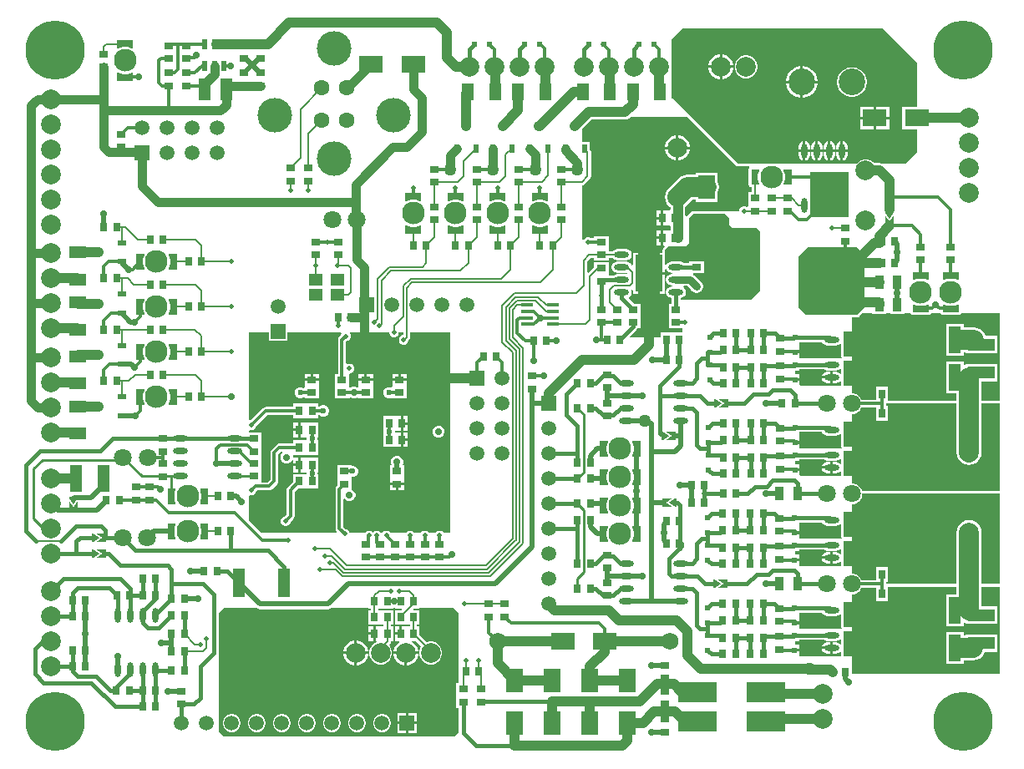
<source format=gbl>
G04*
G04 #@! TF.GenerationSoftware,Altium Limited,Altium Designer,22.8.2 (66)*
G04*
G04 Layer_Physical_Order=4*
G04 Layer_Color=16711680*
%FSLAX44Y44*%
%MOMM*%
G71*
G04*
G04 #@! TF.SameCoordinates,E80B4FDD-8870-46C6-9AB6-B278042541E5*
G04*
G04*
G04 #@! TF.FilePolarity,Positive*
G04*
G01*
G75*
%ADD10C,0.2000*%
%ADD12C,0.2500*%
%ADD36C,0.3810*%
%ADD37C,1.0000*%
%ADD38C,0.3000*%
%ADD39C,0.9000*%
%ADD40C,2.3000*%
%ADD41C,1.8000*%
%ADD42C,1.6000*%
%ADD43C,3.5000*%
%ADD44C,1.5000*%
%ADD45R,1.5000X1.5000*%
%ADD46C,6.0000*%
%ADD47C,2.0000*%
%ADD48R,1.5000X1.5000*%
%ADD49C,1.7500*%
%ADD50C,2.7000*%
%ADD51C,0.7000*%
%ADD52C,0.4900*%
%ADD53C,1.2700*%
%ADD54C,0.5000*%
%ADD55C,0.6000*%
%ADD56C,0.8000*%
%ADD72R,0.9500X0.7000*%
%ADD73R,1.2300X2.2200*%
%ADD74R,0.5500X1.0000*%
%ADD75R,0.7000X0.9500*%
%ADD76R,1.6000X0.4000*%
%ADD77R,0.6000X0.9000*%
%AMCUSTOMSHAPE78*
4,1,5,-0.4064,-0.0952,0.4064,-0.0952,0.4064,0.9144,0.0000,0.3048,-0.4064,0.8636,-0.4064,-0.0952,0.0*%
%ADD78CUSTOMSHAPE78*%

%AMCUSTOMSHAPE79*
4,1,5,-0.4064,-0.0508,0.0000,-0.6096,0.4064,0.0000,0.4064,0.2032,-0.4064,0.2032,-0.4064,-0.0508,0.0*%
%ADD79CUSTOMSHAPE79*%

%ADD80R,1.2500X2.7500*%
%AMCUSTOMSHAPE81*
4,1,14,-3.9883,2.1400,-2.5883,2.1400,-2.5883,1.6750,-1.6884,1.6750,-1.6934,2.1400,-0.2884,2.1400,-0.2884,1.6750,0.8516,1.6750,0.8516,0.9250,0.2916,0.9250,0.2916,0.3450,0.8516,0.3450,0.8516,-0.4050,-3.9883,-0.4050,-3.9883,2.1400,0.0*%
%ADD81CUSTOMSHAPE81*%

%AMCUSTOMSHAPE82*
4,1,14,-3.9883,-2.1400,-2.5883,-2.1400,-2.5883,-1.6750,-1.6884,-1.6750,-1.6934,-2.1400,-0.2884,-2.1400,-0.2884,-1.6750,0.8516,-1.6750,0.8516,-0.9250,0.2916,-0.9250,0.2916,-0.3450,0.8516,-0.3450,0.8516,0.4050,-3.9883,0.4050,-3.9883,-2.1400,0.0*%
%ADD82CUSTOMSHAPE82*%

%ADD83O,1.5000X0.6000*%
%ADD84R,2.7500X1.2500*%
G04:AMPARAMS|DCode=85|XSize=4.3mm|YSize=4.8mm|CornerRadius=1.075mm|HoleSize=0mm|Usage=FLASHONLY|Rotation=0.000|XOffset=0mm|YOffset=0mm|HoleType=Round|Shape=RoundedRectangle|*
%AMROUNDEDRECTD85*
21,1,4.3000,2.6500,0,0,0.0*
21,1,2.1500,4.8000,0,0,0.0*
1,1,2.1500,1.0750,-1.3250*
1,1,2.1500,-1.0750,-1.3250*
1,1,2.1500,-1.0750,1.3250*
1,1,2.1500,1.0750,1.3250*
%
%ADD85ROUNDEDRECTD85*%
%ADD86R,0.4000X1.6000*%
%ADD87R,5.6500X6.7000*%
%ADD88R,1.2000X2.9500*%
%ADD89R,0.6000X0.5000*%
%ADD90O,0.6000X1.5000*%
%AMCUSTOMSHAPE91*
4,1,5,-0.0508,0.4064,-0.6096,0.0000,0.0000,-0.4064,0.2032,-0.4064,0.2032,0.4064,-0.0508,0.4064,0.0*%
%ADD91CUSTOMSHAPE91*%

%AMCUSTOMSHAPE92*
4,1,5,-0.0952,0.4064,-0.0952,-0.4064,0.9144,-0.4064,0.3048,0.0000,0.8636,0.4064,-0.0952,0.4064,0.0*%
%ADD92CUSTOMSHAPE92*%

%ADD93R,1.4000X1.2000*%
%ADD94R,1.7500X2.4500*%
%ADD95R,2.4500X1.7500*%
%ADD96R,1.2500X1.7500*%
%AMCUSTOMSHAPE97*
4,1,5,0.0952,-0.4064,0.0952,0.4064,-0.9144,0.4064,-0.3048,0.0000,-0.8636,-0.4064,0.0952,-0.4064,0.0*%
%ADD97CUSTOMSHAPE97*%

%AMCUSTOMSHAPE98*
4,1,5,0.0508,-0.4064,0.6096,0.0000,0.0000,0.4064,-0.2032,0.4064,-0.2032,-0.4064,0.0508,-0.4064,0.0*%
%ADD98CUSTOMSHAPE98*%

%ADD99O,1.2200X0.4000*%
%ADD100R,2.7100X3.7000*%
%ADD101R,0.9500X1.4000*%
%ADD102R,4.0000X2.0000*%
%ADD103R,0.5000X0.6000*%
%ADD104R,0.9000X0.6000*%
%ADD105R,1.7500X1.2500*%
%ADD106C,0.5000*%
%ADD107C,2.0000*%
%ADD108C,0.7300*%
%ADD109R,3.8802X4.5459*%
%ADD110R,8.0460X8.1280*%
%ADD111R,2.2000X5.5000*%
G36*
X578230Y1113590D02*
X576539Y1113588D01*
X576539Y1113588D01*
X575038Y1114239D01*
X571862Y1114995D01*
X568597Y1114996D01*
X565421Y1114240D01*
X563920Y1113590D01*
X562230Y1113590D01*
Y1121590D01*
X578230D01*
Y1113590D01*
D02*
G37*
G36*
Y1088590D02*
Y1080590D01*
X562230D01*
Y1088590D01*
X563920Y1088590D01*
X565421Y1087940D01*
X568597Y1087184D01*
X571862Y1087185D01*
X575038Y1087941D01*
X576539Y1088592D01*
X576539Y1088592D01*
X578230Y1088590D01*
D02*
G37*
G36*
X1372780Y1098640D02*
X1372780Y1063200D01*
Y1054050D01*
X1357990D01*
Y1031470D01*
X1372780D01*
X1372780Y1008290D01*
X1361210Y996720D01*
X1336404D01*
X1334770Y996935D01*
X1329487D01*
X1327874Y998548D01*
X1325247Y1000065D01*
X1322317Y1000850D01*
X1319283D01*
X1316353Y1000065D01*
X1313727Y998548D01*
X1311898Y996720D01*
X1191345D01*
X1124260Y1063805D01*
Y1122450D01*
X1135690Y1133880D01*
X1337540D01*
X1372780Y1098640D01*
D02*
G37*
G36*
X1245860Y974990D02*
X1237860D01*
X1237860Y976680D01*
X1238510Y978181D01*
X1239266Y981357D01*
X1239265Y984622D01*
X1238509Y987798D01*
X1237858Y989299D01*
X1237858Y989299D01*
X1237860Y990990D01*
X1245860D01*
Y974990D01*
D02*
G37*
G36*
X1212862Y989299D02*
X1212862Y989299D01*
X1212211Y987798D01*
X1211455Y984622D01*
X1211454Y981357D01*
X1212210Y978181D01*
X1212860Y976680D01*
X1212860Y974990D01*
X1204860D01*
Y990990D01*
X1212860D01*
X1212862Y989299D01*
D02*
G37*
G36*
X998600Y958650D02*
X996910Y958650D01*
X995409Y959300D01*
X992233Y960056D01*
X988968Y960055D01*
X985791Y959299D01*
X984291Y958648D01*
X984291Y958648D01*
X982600Y958650D01*
Y966650D01*
X998600D01*
Y958650D01*
D02*
G37*
G36*
X955843D02*
X954153Y958650D01*
X952653Y959300D01*
X949476Y960056D01*
X946211Y960055D01*
X943035Y959299D01*
X941535Y958648D01*
X941535Y958648D01*
X939843Y958650D01*
Y966650D01*
X955843D01*
Y958650D01*
D02*
G37*
G36*
X913087D02*
X911397Y958650D01*
X909896Y959300D01*
X906720Y960056D01*
X903454Y960055D01*
X900278Y959299D01*
X898778Y958648D01*
X898778Y958648D01*
X897087Y958650D01*
Y966650D01*
X913087D01*
Y958650D01*
D02*
G37*
G36*
X870330D02*
X868640Y958650D01*
X867139Y959300D01*
X863963Y960056D01*
X860698Y960055D01*
X857522Y959299D01*
X856021Y958648D01*
X856021Y958648D01*
X854330Y958650D01*
Y966650D01*
X870330D01*
Y958650D01*
D02*
G37*
G36*
X1140463Y1043940D02*
X1189514Y994889D01*
X1190354Y994327D01*
X1191345Y994130D01*
X1202702D01*
X1203087Y992860D01*
X1203029Y992821D01*
X1202467Y991981D01*
X1202270Y990990D01*
Y974990D01*
X1202467Y973999D01*
X1203029Y973159D01*
X1203869Y972597D01*
X1204320Y972508D01*
Y972450D01*
X1204610D01*
X1204860Y972400D01*
X1205241D01*
Y967460D01*
X1201560D01*
Y955380D01*
X1201560D01*
Y954460D01*
X1201429Y953244D01*
X1200951Y952959D01*
X1200290Y952711D01*
X1198603Y953410D01*
X1196617D01*
X1194783Y952650D01*
X1193380Y951247D01*
X1192620Y949413D01*
Y948420D01*
X1144037D01*
X1139128Y943511D01*
X1137955Y943997D01*
Y952880D01*
X1138863Y953576D01*
X1145368Y960082D01*
X1148220D01*
Y957940D01*
X1170800D01*
Y967218D01*
X1171727Y969456D01*
X1172158Y972730D01*
X1171727Y976004D01*
X1170800Y978242D01*
Y987520D01*
X1148220D01*
Y985378D01*
X1140129D01*
X1140129Y985378D01*
X1136855Y984947D01*
X1133805Y983684D01*
X1131186Y981674D01*
X1120975Y971464D01*
X1118965Y968844D01*
X1117702Y965794D01*
X1117271Y962520D01*
X1117702Y959246D01*
X1118965Y956196D01*
X1120975Y953576D01*
X1122745Y952219D01*
Y949635D01*
X1121847Y948737D01*
X1120640D01*
X1120290Y948737D01*
X1115870D01*
Y941447D01*
Y934157D01*
X1120290D01*
X1120640Y934157D01*
X1121560D01*
X1122745Y933233D01*
Y928703D01*
X1121560Y928497D01*
X1120640D01*
Y928497D01*
X1115870D01*
Y921207D01*
Y913917D01*
X1116737D01*
X1117223Y912744D01*
X1115769Y911290D01*
X1115207Y910450D01*
X1115010Y909459D01*
Y906230D01*
X1102370D01*
Y886460D01*
X1117190D01*
Y888902D01*
X1118460Y889817D01*
X1118818Y889698D01*
X1118881Y889378D01*
X1120106Y887546D01*
X1121938Y886321D01*
X1124100Y885891D01*
X1124435D01*
X1125057Y884622D01*
X1124954Y884489D01*
X1124100D01*
X1121938Y884059D01*
X1120106Y882834D01*
X1118881Y881002D01*
X1118452Y878840D01*
X1118881Y876678D01*
X1120106Y874846D01*
X1121938Y873621D01*
X1124100Y873192D01*
X1124954D01*
X1125057Y873058D01*
X1124435Y871788D01*
X1124100D01*
X1121938Y871359D01*
X1120106Y870134D01*
X1118881Y868302D01*
X1118452Y866140D01*
X1118881Y863978D01*
X1120106Y862146D01*
X1121938Y860921D01*
X1124068Y860498D01*
Y854550D01*
X1121310D01*
Y842470D01*
X1121310D01*
Y841550D01*
X1121310D01*
Y829470D01*
X1134954D01*
Y826248D01*
X1133876Y825170D01*
X1125680D01*
Y825170D01*
X1124760D01*
Y825170D01*
X1112680D01*
Y820300D01*
X1082289D01*
X1081803Y821473D01*
X1088555Y828225D01*
X1089387Y829470D01*
X1092640D01*
Y841550D01*
X1092640D01*
Y842470D01*
X1092640D01*
Y854550D01*
X1085719D01*
X1080497Y859772D01*
X1080790Y861275D01*
X1082094Y862146D01*
X1083318Y863978D01*
X1083748Y866140D01*
X1083352Y868136D01*
X1083740Y868611D01*
X1085010Y868158D01*
Y864150D01*
X1099830D01*
Y885190D01*
Y906230D01*
X1085010D01*
Y894000D01*
X1083740Y893267D01*
X1083362Y893486D01*
X1083318Y893702D01*
X1082094Y895534D01*
X1080262Y896759D01*
X1078100Y897188D01*
X1069100D01*
X1066938Y896759D01*
X1065106Y895534D01*
X1063881Y893702D01*
X1063452Y891540D01*
X1063881Y889378D01*
X1065106Y887546D01*
X1066938Y886321D01*
X1069100Y885891D01*
X1078100D01*
X1078863Y886043D01*
X1079765Y885172D01*
X1078631Y884383D01*
X1078100Y884489D01*
X1069100D01*
X1066938Y884059D01*
X1065911Y883372D01*
X1060777D01*
X1060120Y884370D01*
Y896450D01*
X1045540D01*
Y891564D01*
X1039929Y885954D01*
X1038659Y886480D01*
Y897213D01*
X1041927Y900481D01*
X1045540D01*
Y898050D01*
X1060120D01*
Y900481D01*
X1064949D01*
X1065106Y900246D01*
X1066938Y899021D01*
X1069100Y898592D01*
X1078100D01*
X1080262Y899021D01*
X1082094Y900246D01*
X1083318Y902078D01*
X1083748Y904240D01*
X1083318Y906402D01*
X1082094Y908234D01*
X1080262Y909459D01*
X1078100Y909889D01*
X1069100D01*
X1066938Y909459D01*
X1065106Y908234D01*
X1064749Y907699D01*
X1060120D01*
Y909780D01*
X1060120Y910130D01*
Y911050D01*
X1060120Y911400D01*
Y923130D01*
X1045540D01*
Y921209D01*
X1042424D01*
X1040591Y921969D01*
X1038606D01*
X1036772Y921209D01*
X1035368Y919805D01*
X1035050Y919036D01*
X1033780Y919289D01*
Y974330D01*
X1034612Y974495D01*
X1035783Y975278D01*
X1041412Y980907D01*
X1042195Y982078D01*
X1042469Y983459D01*
Y1008520D01*
X1042195Y1009901D01*
X1041412Y1011072D01*
X1041080Y1011404D01*
Y1018880D01*
X1033780D01*
Y1031825D01*
X1043370Y1041415D01*
X1076960D01*
X1078928Y1041674D01*
X1080762Y1042434D01*
X1082338Y1043642D01*
X1082635Y1043940D01*
X1140463Y1043940D01*
D02*
G37*
G36*
X985791Y933001D02*
X988968Y932245D01*
X992233Y932244D01*
X995409Y933000D01*
X996910Y933650D01*
X998600Y933650D01*
Y925650D01*
X982600D01*
Y933650D01*
X984291Y933652D01*
X985791Y933001D01*
D02*
G37*
G36*
X943035D02*
X946211Y932245D01*
X949476Y932244D01*
X952653Y933000D01*
X954153Y933650D01*
X955843Y933650D01*
Y925650D01*
X939843D01*
Y933650D01*
X941535Y933652D01*
X943035Y933001D01*
D02*
G37*
G36*
X900278D02*
X903454Y932245D01*
X906720Y932244D01*
X909896Y933000D01*
X911397Y933650D01*
X913087Y933650D01*
Y925650D01*
X897087D01*
Y933650D01*
X898778Y933652D01*
X900278Y933001D01*
D02*
G37*
G36*
X857522D02*
X860698Y932245D01*
X863963Y932244D01*
X867139Y933000D01*
X868640Y933650D01*
X870330Y933650D01*
Y925650D01*
X854330D01*
Y933650D01*
X856021Y933652D01*
X857522Y933001D01*
D02*
G37*
G36*
X1182370Y941783D02*
Y934720D01*
X1185811Y931279D01*
X1210360D01*
X1214120Y927519D01*
Y867410D01*
X1205245Y858535D01*
X1133132D01*
Y860498D01*
X1135262Y860921D01*
X1137094Y862146D01*
X1138318Y863978D01*
X1138748Y866140D01*
X1138318Y868302D01*
X1137094Y870134D01*
X1136424Y870582D01*
X1136170Y872279D01*
X1136374Y872529D01*
X1140043D01*
X1143675Y868896D01*
X1144117Y868131D01*
X1145334Y866914D01*
X1146826Y866052D01*
X1148489Y865607D01*
X1150211D01*
X1151874Y866052D01*
X1153366Y866914D01*
X1154583Y868131D01*
X1155444Y869622D01*
X1155890Y871286D01*
Y873008D01*
X1155444Y874671D01*
X1154583Y876162D01*
X1153366Y877380D01*
X1152600Y877822D01*
X1147120Y883303D01*
X1145956Y884080D01*
X1146341Y885350D01*
X1156640D01*
Y897430D01*
X1142060D01*
Y896072D01*
X1136289D01*
X1135262Y896759D01*
X1133100Y897188D01*
X1124100D01*
X1121938Y896759D01*
X1120106Y895534D01*
X1118881Y893702D01*
X1118870Y893644D01*
X1117600Y893769D01*
Y909459D01*
X1120831Y912690D01*
X1138398Y912690D01*
X1141820Y916113D01*
Y941447D01*
X1145966Y945593D01*
X1178560D01*
X1182370Y941783D01*
D02*
G37*
G36*
X622480Y889100D02*
X614480D01*
X614478Y890791D01*
X614478Y890791D01*
X615129Y892291D01*
X615885Y895468D01*
X615886Y898733D01*
X615130Y901909D01*
X614480Y903410D01*
X614480Y905100D01*
X622480D01*
Y889100D01*
D02*
G37*
G36*
X589480Y903410D02*
X588830Y901909D01*
X588074Y898733D01*
X588075Y895468D01*
X588831Y892291D01*
X589482Y890791D01*
X589480Y889100D01*
X581480D01*
Y905100D01*
X589480D01*
X589480Y903410D01*
D02*
G37*
G36*
X1415160Y878640D02*
X1413469Y878638D01*
X1413469Y878638D01*
X1411969Y879289D01*
X1408792Y880045D01*
X1405527Y880046D01*
X1402351Y879290D01*
X1400850Y878640D01*
X1399160Y878640D01*
Y886640D01*
X1415160D01*
Y878640D01*
D02*
G37*
G36*
X1384680D02*
X1382989Y878638D01*
X1382989Y878638D01*
X1381488Y879289D01*
X1378312Y880045D01*
X1375047Y880046D01*
X1371871Y879290D01*
X1370370Y878640D01*
X1368680Y878640D01*
Y886640D01*
X1384680D01*
Y878640D01*
D02*
G37*
G36*
X1415160Y853640D02*
Y845640D01*
X1399160D01*
Y853640D01*
X1400850Y853640D01*
X1402351Y852990D01*
X1405527Y852234D01*
X1408792Y852235D01*
X1411969Y852991D01*
X1413469Y853642D01*
X1413469Y853642D01*
X1415160Y853640D01*
D02*
G37*
G36*
X1384680D02*
Y845640D01*
X1368680D01*
Y853640D01*
X1370370Y853640D01*
X1371871Y852990D01*
X1375047Y852234D01*
X1378312Y852235D01*
X1381488Y852991D01*
X1382989Y853642D01*
X1382989Y853642D01*
X1384680Y853640D01*
D02*
G37*
G36*
X622480Y843380D02*
X614480D01*
X614478Y845071D01*
X614478Y845071D01*
X615129Y846571D01*
X615885Y849748D01*
X615886Y853013D01*
X615130Y856189D01*
X614480Y857690D01*
X614480Y859380D01*
X622480D01*
Y843380D01*
D02*
G37*
G36*
X589480Y857690D02*
X588830Y856189D01*
X588074Y853013D01*
X588075Y849748D01*
X588831Y846571D01*
X589482Y845071D01*
X589480Y843380D01*
X581480D01*
Y859380D01*
X589480D01*
X589480Y857690D01*
D02*
G37*
G36*
X1319530Y904240D02*
Y850529D01*
X1312281Y843280D01*
X1259840D01*
X1252620Y850500D01*
X1252620Y902100D01*
X1262380Y911860D01*
X1311910D01*
X1319530Y904240D01*
D02*
G37*
G36*
X1456520Y755701D02*
X1438228D01*
Y775791D01*
X1454390D01*
Y793371D01*
X1421810D01*
Y792386D01*
X1421198Y792091D01*
X1419960Y792882D01*
Y796070D01*
X1402380D01*
Y763490D01*
X1412932D01*
Y755701D01*
X1343540D01*
Y770204D01*
X1331460D01*
Y757230D01*
X1316599D01*
X1315248Y759570D01*
X1313289Y761529D01*
X1310891Y762914D01*
X1308215Y763631D01*
X1306830D01*
Y840690D01*
X1312281D01*
X1313272Y840887D01*
X1314112Y841449D01*
X1314112Y841449D01*
X1317214Y844551D01*
X1327120D01*
Y844102D01*
X1341700D01*
Y844551D01*
X1345620D01*
Y844102D01*
X1360200D01*
Y844551D01*
X1366353D01*
X1366849Y843809D01*
X1367689Y843247D01*
X1368680Y843050D01*
X1384680D01*
X1385671Y843247D01*
X1386511Y843809D01*
X1387007Y844551D01*
X1396833D01*
X1397329Y843809D01*
X1398169Y843247D01*
X1399160Y843050D01*
X1415160D01*
X1416151Y843247D01*
X1416991Y843809D01*
X1417487Y844551D01*
X1456520D01*
Y755701D01*
D02*
G37*
G36*
X899560Y621900D02*
X893336D01*
X893230Y622154D01*
X891827Y623558D01*
X889993Y624318D01*
X888007D01*
X886173Y623558D01*
X884770Y622154D01*
X884664Y621900D01*
X878283D01*
X878177Y622154D01*
X876774Y623558D01*
X874940Y624318D01*
X872954D01*
X871121Y623558D01*
X869717Y622154D01*
X869612Y621900D01*
X863230D01*
X863125Y622154D01*
X861721Y623558D01*
X859887Y624318D01*
X857902D01*
X856068Y623558D01*
X854664Y622154D01*
X854559Y621900D01*
X839234D01*
X839128Y622154D01*
X837725Y623558D01*
X835891Y624318D01*
X833905D01*
X832071Y623558D01*
X830755Y622241D01*
X830072Y622195D01*
X829389Y622241D01*
X828073Y623558D01*
X826239Y624318D01*
X824253D01*
X822419Y623558D01*
X821403Y622542D01*
X820387Y623558D01*
X818553Y624318D01*
X816567D01*
X814733Y623558D01*
X813330Y622154D01*
X813224Y621900D01*
X797550D01*
Y622023D01*
X796790Y623857D01*
X795387Y625260D01*
X793553Y626020D01*
X793395D01*
X791519Y627896D01*
Y656135D01*
X792789Y656629D01*
X794139Y655279D01*
X796359Y654360D01*
X798761D01*
X800981Y655279D01*
X802681Y656979D01*
X803600Y659199D01*
Y661601D01*
X802681Y663821D01*
X800981Y665520D01*
X799770Y666022D01*
Y677370D01*
X799770Y677720D01*
Y678640D01*
X800270Y679140D01*
X801837D01*
X803873Y679983D01*
X805432Y681542D01*
X806275Y683578D01*
Y685782D01*
X805432Y687818D01*
X803873Y689377D01*
X801837Y690220D01*
X799770D01*
Y690720D01*
X785190D01*
Y678990D01*
X785190Y678640D01*
Y677720D01*
X785190Y677370D01*
Y670215D01*
X784487Y669513D01*
X783594Y668176D01*
X783281Y666600D01*
Y626190D01*
X783594Y624614D01*
X784487Y623277D01*
X784691Y623073D01*
X784205Y621900D01*
X708070D01*
X695560Y634410D01*
Y659922D01*
X696830Y660771D01*
X697507Y660490D01*
X699493D01*
X701327Y661250D01*
X702730Y662653D01*
X703490Y664487D01*
Y664645D01*
X704016Y665171D01*
X716280D01*
X717856Y665484D01*
X719193Y666377D01*
X724273Y671457D01*
X725166Y672794D01*
X725479Y674370D01*
Y701874D01*
X728146Y704541D01*
X729363D01*
X729889Y703271D01*
X728940Y702321D01*
X728020Y700101D01*
Y697699D01*
X728940Y695479D01*
X730639Y693780D01*
X732859Y692860D01*
X735261D01*
X737481Y693780D01*
X739181Y695479D01*
X739300Y695767D01*
X740570Y695515D01*
Y692150D01*
X745340D01*
Y698170D01*
X741370D01*
X740570Y698170D01*
X740100Y699245D01*
Y700101D01*
X740003Y700335D01*
X740949Y701370D01*
X752300D01*
X752650Y701370D01*
X753570D01*
X753920Y701370D01*
X765650D01*
Y715950D01*
X765650D01*
X765052Y716845D01*
X765150Y717083D01*
Y719150D01*
X765650D01*
Y733730D01*
X753920D01*
X753570Y733730D01*
X752650D01*
X752300Y733730D01*
X747880D01*
Y726440D01*
Y719150D01*
X752300D01*
X752650Y719150D01*
X753570D01*
X754070Y718650D01*
Y717083D01*
X754105Y716998D01*
X753404Y715950D01*
X752650D01*
X752300Y715950D01*
X740570D01*
Y712779D01*
X726440D01*
X724864Y712466D01*
X723527Y711573D01*
X718447Y706493D01*
X717554Y705156D01*
X717241Y703580D01*
Y676076D01*
X714574Y673409D01*
X709529D01*
X708330Y673580D01*
Y685660D01*
X708330D01*
Y686580D01*
X708330D01*
Y697410D01*
X708330Y698660D01*
X708330D01*
Y698680D01*
X708330D01*
Y710410D01*
X708330Y710760D01*
X708330D01*
Y711680D01*
X708330D01*
Y723760D01*
X695560D01*
Y725962D01*
X696830Y726811D01*
X697507Y726530D01*
X699493D01*
X701327Y727290D01*
X702730Y728693D01*
X703490Y730527D01*
Y730685D01*
X714549Y741743D01*
X740625D01*
Y738573D01*
X752355D01*
X752705Y738573D01*
X753625D01*
X753975Y738573D01*
X765705D01*
Y741743D01*
X767229D01*
X767806Y741166D01*
X769843Y740323D01*
X772047D01*
X774083Y741166D01*
X775641Y742725D01*
X776485Y744761D01*
Y746965D01*
X775641Y749001D01*
X774083Y750559D01*
X772047Y751403D01*
X769843D01*
X767806Y750559D01*
X767229Y749982D01*
X765705D01*
Y753153D01*
X753975D01*
X753625Y753153D01*
X752705D01*
X752355Y753153D01*
X740625D01*
Y749982D01*
X712843D01*
X711266Y749668D01*
X709930Y748775D01*
X697665Y736510D01*
X697507D01*
X696830Y736229D01*
X695560Y737078D01*
Y825900D01*
X716150D01*
Y817362D01*
X734190D01*
Y825900D01*
X788920D01*
X789446Y824630D01*
X789242Y824427D01*
X788483Y822593D01*
Y822435D01*
X787027Y820980D01*
X786134Y819644D01*
X785821Y818067D01*
Y783430D01*
X782650D01*
Y771700D01*
X782650Y771350D01*
Y770430D01*
X782650Y770080D01*
Y758350D01*
X797230D01*
Y758827D01*
X798500Y759353D01*
X798584Y759269D01*
X800804Y758350D01*
X803206D01*
X805426Y759269D01*
X805510Y759353D01*
X806780Y758827D01*
Y758350D01*
X821360D01*
Y770080D01*
X821360Y770430D01*
Y771350D01*
X821360Y771700D01*
Y776120D01*
X806780D01*
Y771700D01*
X806780Y771350D01*
Y770430D01*
X806780Y769953D01*
X805510Y769427D01*
X805426Y769510D01*
X803206Y770430D01*
X800804D01*
X798584Y769510D01*
X798500Y769427D01*
X797230Y769953D01*
X797230Y770430D01*
Y771350D01*
X797230Y771700D01*
Y782683D01*
X797230Y783430D01*
X798396Y783680D01*
X798553D01*
X800387Y784440D01*
X801790Y785843D01*
X802550Y787677D01*
Y789663D01*
X801790Y791497D01*
X800387Y792900D01*
X798553Y793660D01*
X796567D01*
X795329Y793147D01*
X794059Y793885D01*
Y816361D01*
X794308Y816610D01*
X794465D01*
X796299Y817370D01*
X797703Y818773D01*
X798463Y820607D01*
Y822593D01*
X797703Y824427D01*
X797499Y824630D01*
X798026Y825900D01*
X837570D01*
Y824507D01*
X838330Y822673D01*
X839733Y821270D01*
X841567Y820510D01*
X843553D01*
X845387Y821270D01*
X846790Y822673D01*
X847550Y824507D01*
Y825900D01*
X851863D01*
Y822870D01*
X851567D01*
X849733Y822110D01*
X848330Y820707D01*
X847570Y818873D01*
Y816887D01*
X848330Y815053D01*
X849733Y813650D01*
X851567Y812890D01*
X853553D01*
X855387Y813650D01*
X856790Y815053D01*
X857550Y816887D01*
Y817766D01*
X858024Y818240D01*
X858807Y819411D01*
X859081Y820792D01*
X859081Y820792D01*
Y825900D01*
X899560D01*
Y621900D01*
D02*
G37*
G36*
X1277736Y813886D02*
X1279568Y812661D01*
X1281730Y812232D01*
X1290730D01*
X1292892Y812661D01*
X1294724Y813886D01*
X1294871Y814106D01*
X1296141Y813720D01*
Y801132D01*
X1296338Y800141D01*
X1296365Y800101D01*
X1295686Y798831D01*
X1253930D01*
Y815648D01*
X1276559D01*
X1277736Y813886D01*
D02*
G37*
G36*
X622480Y797660D02*
X614480D01*
X614478Y799351D01*
X614478Y799351D01*
X615129Y800851D01*
X615885Y804028D01*
X615886Y807293D01*
X615130Y810469D01*
X614480Y811970D01*
X614480Y813660D01*
X622480D01*
Y797660D01*
D02*
G37*
G36*
X589480Y811970D02*
X588830Y810469D01*
X588074Y807293D01*
X588075Y804028D01*
X588831Y800851D01*
X589482Y799351D01*
X589480Y797660D01*
X581480D01*
Y813660D01*
X589480D01*
X589480Y811970D01*
D02*
G37*
G36*
X1296137Y788315D02*
Y783945D01*
X1294867Y783560D01*
X1294724Y783774D01*
X1292892Y784999D01*
X1290730Y785428D01*
X1287500D01*
Y779780D01*
Y774131D01*
X1290730D01*
X1292892Y774561D01*
X1294724Y775786D01*
X1294867Y776000D01*
X1296137Y775615D01*
Y771144D01*
X1254870D01*
X1253930Y771940D01*
Y776210D01*
X1248890D01*
Y778750D01*
X1253930D01*
Y783020D01*
X1249441D01*
Y786940D01*
X1253930D01*
Y787948D01*
X1278541D01*
X1279568Y787261D01*
X1281730Y786832D01*
X1290730D01*
X1292892Y787261D01*
X1294724Y788486D01*
X1294867Y788700D01*
X1296137Y788315D01*
D02*
G37*
G36*
X622480Y751940D02*
X614480D01*
X614478Y753631D01*
X614478Y753631D01*
X615129Y755132D01*
X615885Y758308D01*
X615886Y761573D01*
X615130Y764749D01*
X614480Y766250D01*
X614480Y767940D01*
X622480D01*
Y751940D01*
D02*
G37*
G36*
X589480Y766250D02*
X588830Y764749D01*
X588074Y761573D01*
X588075Y758308D01*
X588831Y755132D01*
X589482Y753631D01*
X589480Y751940D01*
X581480D01*
Y767940D01*
X589480D01*
X589480Y766250D01*
D02*
G37*
G36*
X1276512Y724278D02*
X1277736Y722446D01*
X1279568Y721221D01*
X1281730Y720791D01*
X1290730D01*
X1292892Y721221D01*
X1294724Y722446D01*
X1294871Y722666D01*
X1296141Y722281D01*
Y709692D01*
X1296338Y708701D01*
X1296365Y708661D01*
X1295686Y707391D01*
X1253930D01*
Y724328D01*
X1276502D01*
X1276512Y724278D01*
D02*
G37*
G36*
X1092300Y699390D02*
X1084300D01*
X1084300Y701080D01*
X1084950Y702581D01*
X1085706Y705757D01*
X1085706Y709022D01*
X1084949Y712198D01*
X1084298Y713699D01*
X1084298Y713699D01*
X1084300Y715390D01*
X1092300D01*
Y699390D01*
D02*
G37*
G36*
X1059302Y713699D02*
X1059302Y713699D01*
X1058652Y712198D01*
X1057895Y709022D01*
X1057894Y705757D01*
X1058650Y702581D01*
X1059300Y701080D01*
X1059300Y699390D01*
X1051300D01*
Y715390D01*
X1059300D01*
X1059302Y713699D01*
D02*
G37*
G36*
X1296137Y696875D02*
Y692505D01*
X1294867Y692120D01*
X1294724Y692334D01*
X1292892Y693559D01*
X1290730Y693988D01*
X1287500D01*
Y688340D01*
Y682691D01*
X1290730D01*
X1292892Y683121D01*
X1294724Y684346D01*
X1294867Y684560D01*
X1296137Y684175D01*
Y679704D01*
X1254870D01*
X1253930Y680500D01*
Y684770D01*
X1248890D01*
Y687310D01*
X1253930D01*
Y691580D01*
X1249441D01*
Y695500D01*
X1253930D01*
Y696508D01*
X1278541D01*
X1279568Y695821D01*
X1281730Y695391D01*
X1290730D01*
X1292892Y695821D01*
X1294724Y697046D01*
X1294867Y697260D01*
X1296137Y696875D01*
D02*
G37*
G36*
X1456520Y664260D02*
X1317350D01*
X1317043Y664199D01*
X1316633Y665731D01*
X1315248Y668129D01*
X1313289Y670088D01*
X1310891Y671473D01*
X1308215Y672190D01*
X1306830D01*
Y742591D01*
X1308215D01*
X1310891Y743308D01*
X1313289Y744693D01*
X1315248Y746651D01*
X1316599Y748992D01*
X1331460D01*
Y736018D01*
X1343540D01*
Y750598D01*
X1341619D01*
Y753111D01*
X1412932D01*
Y703670D01*
X1413363Y700396D01*
X1414626Y697346D01*
X1416636Y694726D01*
X1419256Y692716D01*
X1422306Y691453D01*
X1425580Y691022D01*
X1428854Y691453D01*
X1431904Y692716D01*
X1434524Y694726D01*
X1436534Y697346D01*
X1437797Y700396D01*
X1438228Y703670D01*
Y753111D01*
X1456520D01*
Y664260D01*
D02*
G37*
G36*
X1092300Y670603D02*
X1084300D01*
X1084300Y672293D01*
X1084950Y673794D01*
X1085706Y676970D01*
X1085706Y680236D01*
X1084949Y683412D01*
X1084298Y684912D01*
X1084298Y684912D01*
X1084300Y686603D01*
X1092300D01*
Y670603D01*
D02*
G37*
G36*
X1059302Y684912D02*
X1059302Y684912D01*
X1058652Y683412D01*
X1057895Y680236D01*
X1057894Y676970D01*
X1058650Y673794D01*
X1059300Y672293D01*
X1059300Y670603D01*
X1051300D01*
Y686603D01*
X1059300D01*
X1059302Y684912D01*
D02*
G37*
G36*
X654230Y651130D02*
X646230D01*
X646228Y652821D01*
X646228Y652821D01*
X646879Y654321D01*
X647635Y657498D01*
X647636Y660763D01*
X646880Y663939D01*
X646230Y665440D01*
X646230Y667130D01*
X654230D01*
Y651130D01*
D02*
G37*
G36*
X621230Y665440D02*
X620580Y663939D01*
X619824Y660763D01*
X619825Y657498D01*
X620581Y654322D01*
X621232Y652821D01*
X621230Y651130D01*
X613230D01*
Y667130D01*
X621230D01*
X621230Y665440D01*
D02*
G37*
G36*
X1092300Y641817D02*
X1084300D01*
X1084300Y643507D01*
X1084950Y645007D01*
X1085706Y648184D01*
X1085706Y651449D01*
X1084949Y654625D01*
X1084298Y656125D01*
X1084298Y656125D01*
X1084300Y657817D01*
X1092300D01*
Y641817D01*
D02*
G37*
G36*
X1059302Y656125D02*
X1059302Y656125D01*
X1058652Y654625D01*
X1057895Y651449D01*
X1057894Y648184D01*
X1058650Y645007D01*
X1059300Y643507D01*
X1059300Y641817D01*
X1051300D01*
Y657817D01*
X1059300D01*
X1059302Y656125D01*
D02*
G37*
G36*
X1277736Y631006D02*
X1279568Y629781D01*
X1281730Y629352D01*
X1290730D01*
X1292892Y629781D01*
X1294724Y631006D01*
X1294871Y631226D01*
X1296141Y630840D01*
Y618252D01*
X1296338Y617261D01*
X1296365Y617220D01*
X1295686Y615950D01*
X1253450D01*
Y632768D01*
X1276559D01*
X1277736Y631006D01*
D02*
G37*
G36*
X654230Y615570D02*
X646230D01*
X646228Y617261D01*
X646228Y617261D01*
X646879Y618761D01*
X647635Y621938D01*
X647636Y625203D01*
X646880Y628379D01*
X646230Y629880D01*
X646230Y631570D01*
X654230D01*
Y615570D01*
D02*
G37*
G36*
X621230Y629880D02*
X620580Y628379D01*
X619824Y625203D01*
X619825Y621938D01*
X620581Y618761D01*
X621232Y617261D01*
X621230Y615570D01*
X613230D01*
Y631570D01*
X621230D01*
X621230Y629880D01*
D02*
G37*
G36*
X1092300Y613030D02*
X1084300D01*
X1084300Y614720D01*
X1084950Y616221D01*
X1085706Y619397D01*
X1085706Y622662D01*
X1084949Y625839D01*
X1084298Y627339D01*
X1084298Y627339D01*
X1084300Y629030D01*
X1092300D01*
Y613030D01*
D02*
G37*
G36*
X1059302Y627339D02*
X1059302Y627339D01*
X1058652Y625839D01*
X1057895Y622662D01*
X1057894Y619397D01*
X1058650Y616221D01*
X1059300Y614720D01*
X1059300Y613030D01*
X1051300D01*
Y629030D01*
X1059300D01*
X1059302Y627339D01*
D02*
G37*
G36*
X1296137Y605435D02*
Y601065D01*
X1294867Y600680D01*
X1294724Y600894D01*
X1292892Y602119D01*
X1290730Y602548D01*
X1287500D01*
Y596900D01*
Y591251D01*
X1290730D01*
X1292892Y591681D01*
X1294724Y592906D01*
X1294867Y593120D01*
X1296137Y592735D01*
Y588264D01*
X1254390D01*
X1253450Y589060D01*
Y593330D01*
X1248410D01*
Y595870D01*
X1253450D01*
Y600140D01*
X1249441D01*
Y604060D01*
X1253450D01*
Y605068D01*
X1278541D01*
X1279568Y604381D01*
X1281730Y603951D01*
X1290730D01*
X1292892Y604381D01*
X1294724Y605606D01*
X1294867Y605820D01*
X1296137Y605435D01*
D02*
G37*
G36*
X1456520Y570230D02*
X1438228D01*
Y622390D01*
X1437797Y625664D01*
X1436534Y628714D01*
X1434524Y631334D01*
X1431904Y633344D01*
X1428854Y634607D01*
X1425580Y635038D01*
X1422306Y634607D01*
X1419256Y633344D01*
X1416636Y631334D01*
X1414626Y628714D01*
X1413363Y625664D01*
X1412932Y622390D01*
Y570230D01*
X1341619D01*
Y572743D01*
X1343540D01*
Y587323D01*
X1331460D01*
Y574349D01*
X1316599D01*
X1315248Y576689D01*
X1313289Y578648D01*
X1310891Y580033D01*
X1308215Y580750D01*
X1306830D01*
Y651150D01*
X1308215D01*
X1310891Y651867D01*
X1313289Y653252D01*
X1315248Y655211D01*
X1316633Y657609D01*
X1317350Y660285D01*
Y661670D01*
X1456520D01*
Y570230D01*
D02*
G37*
G36*
Y478790D02*
X1306830D01*
Y559710D01*
X1308215D01*
X1310891Y560427D01*
X1313289Y561812D01*
X1315248Y563771D01*
X1316599Y566111D01*
X1331460D01*
Y553137D01*
X1343540D01*
Y567640D01*
X1412932D01*
Y559850D01*
X1402380D01*
Y527270D01*
X1419960D01*
Y530458D01*
X1421198Y531249D01*
X1421810Y530954D01*
Y529971D01*
X1454390D01*
Y547551D01*
X1438228D01*
Y567640D01*
X1456520D01*
Y478790D01*
D02*
G37*
G36*
X908050Y541020D02*
Y469740D01*
X905840D01*
Y457660D01*
X905840D01*
Y456740D01*
X905840D01*
Y444660D01*
X908050D01*
Y419100D01*
X904240Y415290D01*
X670560D01*
X665480Y420370D01*
X665480Y541020D01*
X670560Y546100D01*
X703570D01*
X704974Y545162D01*
X706940Y544771D01*
X775965D01*
X777931Y545162D01*
X779334Y546100D01*
X816770D01*
Y545610D01*
X819201D01*
Y543680D01*
X816770D01*
Y529100D01*
X828500D01*
X828850Y529100D01*
X829770D01*
X830120Y529100D01*
X832201D01*
Y527170D01*
X830120D01*
X829770Y527170D01*
X828850D01*
X828500Y527170D01*
X824080D01*
Y519880D01*
Y512590D01*
X825302D01*
X825469Y511320D01*
X824703Y511115D01*
X822076Y509598D01*
X819932Y507453D01*
X818415Y504827D01*
X817630Y501897D01*
Y498863D01*
X818415Y495933D01*
X819932Y493307D01*
X822076Y491162D01*
X824703Y489645D01*
X827633Y488860D01*
X830667D01*
X833597Y489645D01*
X836223Y491162D01*
X838368Y493307D01*
X839885Y495933D01*
X840670Y498863D01*
Y501897D01*
X839885Y504827D01*
X838368Y507453D01*
X837413Y508409D01*
X838362Y509359D01*
X839145Y510530D01*
X839419Y511911D01*
Y512590D01*
X841850D01*
Y527170D01*
X839419D01*
Y529100D01*
X841850D01*
Y543680D01*
X830120D01*
X829770Y543680D01*
X828850D01*
X828500Y543680D01*
X826419D01*
Y545610D01*
X828850D01*
Y545610D01*
X829770D01*
Y545610D01*
X841850D01*
Y546100D01*
X843440D01*
Y545610D01*
X850281D01*
X850807Y544411D01*
X850220Y543680D01*
X843440D01*
Y529100D01*
X855170D01*
X855520Y529100D01*
Y529100D01*
X856440D01*
Y529100D01*
X858871D01*
Y527170D01*
X856440D01*
X856440Y527170D01*
X855520D01*
Y527170D01*
X855170Y527170D01*
X850750D01*
Y519880D01*
X849480D01*
Y518610D01*
X843440D01*
Y512590D01*
X848078D01*
X848419Y511320D01*
X846850Y510415D01*
X844516Y508080D01*
X842865Y505220D01*
X842010Y502031D01*
Y501650D01*
X854550D01*
X867090D01*
Y502031D01*
X866235Y505220D01*
X864585Y508080D01*
X862250Y510415D01*
X860681Y511320D01*
X861022Y512590D01*
X864666D01*
X870391Y506864D01*
X869215Y504827D01*
X868430Y501897D01*
Y498863D01*
X869215Y495933D01*
X870732Y493307D01*
X872877Y491162D01*
X875503Y489645D01*
X878433Y488860D01*
X881467D01*
X884397Y489645D01*
X887023Y491162D01*
X889168Y493307D01*
X890685Y495933D01*
X891470Y498863D01*
Y501897D01*
X890685Y504827D01*
X889168Y507453D01*
X887023Y509598D01*
X884397Y511115D01*
X881467Y511900D01*
X878433D01*
X876171Y511294D01*
X868520Y518944D01*
Y527170D01*
X866089D01*
Y529100D01*
X868520D01*
Y543680D01*
X862589D01*
X862063Y544879D01*
X862650Y545610D01*
X868520D01*
Y546100D01*
X902970D01*
X908050Y541020D01*
D02*
G37*
G36*
X1277736Y539566D02*
X1279568Y538341D01*
X1281730Y537911D01*
X1290730D01*
X1292892Y538341D01*
X1294724Y539566D01*
X1294871Y539786D01*
X1296141Y539400D01*
Y526812D01*
X1296338Y525821D01*
X1296365Y525780D01*
X1295686Y524510D01*
X1253450D01*
Y541328D01*
X1276559D01*
X1277736Y539566D01*
D02*
G37*
G36*
X1296137Y513995D02*
Y509625D01*
X1294867Y509240D01*
X1294724Y509454D01*
X1292892Y510679D01*
X1290730Y511109D01*
X1287500D01*
Y505460D01*
Y499812D01*
X1290730D01*
X1292892Y500241D01*
X1294724Y501466D01*
X1294867Y501680D01*
X1296137Y501295D01*
Y496824D01*
X1254390D01*
X1253450Y497620D01*
Y501890D01*
X1248410D01*
Y504430D01*
X1253450D01*
Y508700D01*
X1249441D01*
Y512620D01*
X1253450D01*
Y513628D01*
X1278541D01*
X1279568Y512941D01*
X1281730Y512511D01*
X1290730D01*
X1292892Y512941D01*
X1294724Y514166D01*
X1294867Y514380D01*
X1296137Y513995D01*
D02*
G37*
%LPC*%
G36*
X1175771Y1107280D02*
X1175390D01*
Y1096010D01*
X1186660D01*
Y1096391D01*
X1185805Y1099580D01*
X1184155Y1102440D01*
X1181820Y1104774D01*
X1178960Y1106425D01*
X1175771Y1107280D01*
D02*
G37*
G36*
X1172850D02*
X1172469D01*
X1169280Y1106425D01*
X1166420Y1104774D01*
X1164085Y1102440D01*
X1162435Y1099580D01*
X1161580Y1096391D01*
Y1096010D01*
X1172850D01*
Y1107280D01*
D02*
G37*
G36*
X1201037Y1106260D02*
X1198003D01*
X1195073Y1105475D01*
X1192447Y1103958D01*
X1190302Y1101814D01*
X1188785Y1099187D01*
X1188000Y1096257D01*
Y1093223D01*
X1188785Y1090293D01*
X1190302Y1087666D01*
X1192447Y1085522D01*
X1195073Y1084005D01*
X1198003Y1083220D01*
X1201037D01*
X1203967Y1084005D01*
X1206593Y1085522D01*
X1208738Y1087666D01*
X1210255Y1090293D01*
X1211040Y1093223D01*
Y1096257D01*
X1210255Y1099187D01*
X1208738Y1101814D01*
X1206593Y1103958D01*
X1203967Y1105475D01*
X1201037Y1106260D01*
D02*
G37*
G36*
X1186660Y1093470D02*
X1175390D01*
Y1082200D01*
X1175771D01*
X1178960Y1083055D01*
X1181820Y1084706D01*
X1184155Y1087040D01*
X1185805Y1089900D01*
X1186660Y1093089D01*
Y1093470D01*
D02*
G37*
G36*
X1172850D02*
X1161580D01*
Y1093089D01*
X1162435Y1089900D01*
X1164085Y1087040D01*
X1166420Y1084706D01*
X1169280Y1083055D01*
X1172469Y1082200D01*
X1172850D01*
Y1093470D01*
D02*
G37*
G36*
X1257610Y1095280D02*
X1257300D01*
Y1080510D01*
X1272070D01*
Y1080820D01*
X1271454Y1083919D01*
X1270245Y1086838D01*
X1268489Y1089465D01*
X1266255Y1091699D01*
X1263628Y1093455D01*
X1260709Y1094664D01*
X1257610Y1095280D01*
D02*
G37*
G36*
X1254760D02*
X1254450D01*
X1251351Y1094664D01*
X1248432Y1093455D01*
X1245805Y1091699D01*
X1243571Y1089465D01*
X1241815Y1086838D01*
X1240606Y1083919D01*
X1239990Y1080820D01*
Y1080510D01*
X1254760D01*
Y1095280D01*
D02*
G37*
G36*
X1308309Y1094260D02*
X1305351D01*
X1302449Y1093683D01*
X1299715Y1092551D01*
X1297255Y1090907D01*
X1295163Y1088815D01*
X1293519Y1086355D01*
X1292387Y1083621D01*
X1291810Y1080719D01*
Y1077761D01*
X1292387Y1074859D01*
X1293519Y1072125D01*
X1295163Y1069665D01*
X1297255Y1067573D01*
X1299715Y1065929D01*
X1302449Y1064797D01*
X1305351Y1064220D01*
X1308309D01*
X1311211Y1064797D01*
X1313945Y1065929D01*
X1316405Y1067573D01*
X1318497Y1069665D01*
X1320141Y1072125D01*
X1321273Y1074859D01*
X1321850Y1077761D01*
Y1080719D01*
X1321273Y1083621D01*
X1320141Y1086355D01*
X1318497Y1088815D01*
X1316405Y1090907D01*
X1313945Y1092551D01*
X1311211Y1093683D01*
X1308309Y1094260D01*
D02*
G37*
G36*
X1272070Y1077970D02*
X1257300D01*
Y1063200D01*
X1257610D01*
X1260709Y1063816D01*
X1263628Y1065025D01*
X1266255Y1066781D01*
X1268489Y1069015D01*
X1270245Y1071642D01*
X1271454Y1074561D01*
X1272070Y1077660D01*
Y1077970D01*
D02*
G37*
G36*
X1254760D02*
X1239990D01*
Y1077660D01*
X1240606Y1074561D01*
X1241815Y1071642D01*
X1243571Y1069015D01*
X1245805Y1066781D01*
X1248432Y1065025D01*
X1251351Y1063816D01*
X1254450Y1063200D01*
X1254760D01*
Y1077970D01*
D02*
G37*
G36*
X1344570Y1054050D02*
X1331050D01*
Y1044030D01*
X1344570D01*
Y1054050D01*
D02*
G37*
G36*
X1328510D02*
X1314990D01*
Y1044030D01*
X1328510D01*
Y1054050D01*
D02*
G37*
G36*
X1344570Y1041490D02*
X1331050D01*
Y1031470D01*
X1344570D01*
Y1041490D01*
D02*
G37*
G36*
X1328510D02*
X1314990D01*
Y1031470D01*
X1328510D01*
Y1041490D01*
D02*
G37*
G36*
X1297940Y1019436D02*
Y1010810D01*
X1302319D01*
Y1014040D01*
X1301889Y1016202D01*
X1300664Y1018034D01*
X1298832Y1019259D01*
X1297940Y1019436D01*
D02*
G37*
G36*
X1295400D02*
X1294508Y1019259D01*
X1292676Y1018034D01*
X1291451Y1016202D01*
X1291022Y1014040D01*
Y1010810D01*
X1295400D01*
Y1019436D01*
D02*
G37*
G36*
X1285240D02*
Y1010810D01*
X1289619D01*
Y1014040D01*
X1289189Y1016202D01*
X1287964Y1018034D01*
X1286132Y1019259D01*
X1285240Y1019436D01*
D02*
G37*
G36*
X1282700D02*
X1281808Y1019259D01*
X1279976Y1018034D01*
X1278751Y1016202D01*
X1278322Y1014040D01*
Y1010810D01*
X1282700D01*
Y1019436D01*
D02*
G37*
G36*
X1272540D02*
Y1010810D01*
X1276918D01*
Y1014040D01*
X1276489Y1016202D01*
X1275264Y1018034D01*
X1273432Y1019259D01*
X1272540Y1019436D01*
D02*
G37*
G36*
X1270000D02*
X1269108Y1019259D01*
X1267276Y1018034D01*
X1266051Y1016202D01*
X1265621Y1014040D01*
Y1010810D01*
X1270000D01*
Y1019436D01*
D02*
G37*
G36*
X1259840D02*
Y1010810D01*
X1264219D01*
Y1014040D01*
X1263789Y1016202D01*
X1262564Y1018034D01*
X1260732Y1019259D01*
X1259840Y1019436D01*
D02*
G37*
G36*
X1257300D02*
X1256408Y1019259D01*
X1254576Y1018034D01*
X1253351Y1016202D01*
X1252922Y1014040D01*
Y1010810D01*
X1257300D01*
Y1019436D01*
D02*
G37*
G36*
X1302319Y1008270D02*
X1297940D01*
Y999644D01*
X1298832Y999821D01*
X1300664Y1001046D01*
X1301889Y1002878D01*
X1302319Y1005040D01*
Y1008270D01*
D02*
G37*
G36*
X1295400D02*
X1291022D01*
Y1005040D01*
X1291451Y1002878D01*
X1292676Y1001046D01*
X1294508Y999821D01*
X1295400Y999644D01*
Y1008270D01*
D02*
G37*
G36*
X1289619D02*
X1285240D01*
Y999644D01*
X1286132Y999821D01*
X1287964Y1001046D01*
X1289189Y1002878D01*
X1289619Y1005040D01*
Y1008270D01*
D02*
G37*
G36*
X1282700D02*
X1278322D01*
Y1005040D01*
X1278751Y1002878D01*
X1279976Y1001046D01*
X1281808Y999821D01*
X1282700Y999644D01*
Y1008270D01*
D02*
G37*
G36*
X1276918D02*
X1272540D01*
Y999644D01*
X1273432Y999821D01*
X1275264Y1001046D01*
X1276489Y1002878D01*
X1276918Y1005040D01*
Y1008270D01*
D02*
G37*
G36*
X1270000D02*
X1265621D01*
Y1005040D01*
X1266051Y1002878D01*
X1267276Y1001046D01*
X1269108Y999821D01*
X1270000Y999644D01*
Y1008270D01*
D02*
G37*
G36*
X1264219D02*
X1259840D01*
Y999644D01*
X1260732Y999821D01*
X1262564Y1001046D01*
X1263789Y1002878D01*
X1264219Y1005040D01*
Y1008270D01*
D02*
G37*
G36*
X1257300D02*
X1252922D01*
Y1005040D01*
X1253351Y1002878D01*
X1254576Y1001046D01*
X1256408Y999821D01*
X1257300Y999644D01*
Y1008270D01*
D02*
G37*
G36*
X1131570Y1025060D02*
X1131189D01*
Y1013790D01*
X1142459D01*
Y1014171D01*
X1141605Y1017360D01*
X1139954Y1020220D01*
X1137619Y1022554D01*
X1134759Y1024205D01*
X1131570Y1025060D01*
D02*
G37*
G36*
X1128649D02*
X1128268D01*
X1125079Y1024205D01*
X1122219Y1022554D01*
X1119885Y1020220D01*
X1118234Y1017360D01*
X1117379Y1014171D01*
Y1013790D01*
X1128649D01*
Y1025060D01*
D02*
G37*
G36*
X1142459Y1011250D02*
X1131189D01*
Y999980D01*
X1131570D01*
X1134759Y1000835D01*
X1137619Y1002486D01*
X1139954Y1004820D01*
X1141605Y1007680D01*
X1142459Y1010869D01*
Y1011250D01*
D02*
G37*
G36*
X1128649D02*
X1117379D01*
Y1010869D01*
X1118234Y1007680D01*
X1119885Y1004820D01*
X1122219Y1002486D01*
X1125079Y1000835D01*
X1128268Y999980D01*
X1128649D01*
Y1011250D01*
D02*
G37*
G36*
X1113330Y948737D02*
X1108560D01*
Y942717D01*
X1113330D01*
Y948737D01*
D02*
G37*
G36*
Y940177D02*
X1108560D01*
Y934157D01*
X1113330D01*
Y940177D01*
D02*
G37*
G36*
X1113330Y928497D02*
X1108560D01*
Y922477D01*
X1113330D01*
Y928497D01*
D02*
G37*
G36*
Y919937D02*
X1108560D01*
Y913917D01*
X1113330D01*
Y919937D01*
D02*
G37*
G36*
X1117190Y883920D02*
X1102370D01*
Y864150D01*
X1117190D01*
Y883920D01*
D02*
G37*
G36*
X1419960Y834170D02*
X1402380D01*
Y801590D01*
X1419960D01*
Y805232D01*
X1421810D01*
Y804291D01*
X1454390D01*
Y821871D01*
X1442221D01*
X1441254Y824204D01*
X1439245Y826824D01*
X1436625Y828834D01*
X1433574Y830097D01*
X1430301Y830528D01*
X1419960D01*
Y834170D01*
D02*
G37*
G36*
X855650Y783430D02*
X849630D01*
Y778660D01*
X855650D01*
Y783430D01*
D02*
G37*
G36*
X847090D02*
X841070D01*
Y778660D01*
X847090D01*
Y783430D01*
D02*
G37*
G36*
X821360Y783430D02*
X815340D01*
Y778660D01*
X821360D01*
Y783430D01*
D02*
G37*
G36*
X812800D02*
X806780D01*
Y778660D01*
X812800D01*
Y783430D01*
D02*
G37*
G36*
X766750D02*
X760730D01*
Y778660D01*
X766750D01*
Y783430D01*
D02*
G37*
G36*
X758190D02*
X752170D01*
Y778660D01*
X758190D01*
Y783430D01*
D02*
G37*
G36*
X855650Y776120D02*
X848360D01*
X841070D01*
Y771700D01*
X841070Y771350D01*
Y770307D01*
X839800Y769459D01*
X838662Y769930D01*
X836458D01*
X834422Y769087D01*
X832863Y767528D01*
X832020Y765492D01*
Y763288D01*
X832863Y761252D01*
X834422Y759693D01*
X836458Y758850D01*
X838662D01*
X839800Y759321D01*
X841070Y758473D01*
Y758350D01*
X855650D01*
Y770080D01*
X855650Y770430D01*
Y771350D01*
X855650Y771700D01*
Y776120D01*
D02*
G37*
G36*
X766750Y776120D02*
X752170D01*
Y771700D01*
X752170Y771350D01*
Y770430D01*
X752170Y770080D01*
Y769731D01*
X751480Y769345D01*
X750900Y769136D01*
X748982Y769930D01*
X746778D01*
X744742Y769087D01*
X743184Y767528D01*
X742340Y765492D01*
Y763288D01*
X743184Y761252D01*
X744742Y759693D01*
X746778Y758850D01*
X748982D01*
X750900Y759644D01*
X751480Y759435D01*
X752170Y759049D01*
Y758350D01*
X766750D01*
Y770080D01*
X766750Y770430D01*
Y771350D01*
X766750Y771700D01*
Y776120D01*
D02*
G37*
G36*
X851830Y740463D02*
Y734443D01*
X856600D01*
Y740463D01*
X851830D01*
D02*
G37*
G36*
X745340Y733730D02*
X740570D01*
Y727710D01*
X745340D01*
Y733730D01*
D02*
G37*
G36*
X856600Y731903D02*
X851830D01*
Y725883D01*
X856600D01*
Y731903D01*
D02*
G37*
G36*
X745340Y725170D02*
X740570D01*
Y719150D01*
X745340D01*
Y725170D01*
D02*
G37*
G36*
X889171Y730958D02*
X886769D01*
X884549Y730039D01*
X882850Y728340D01*
X881930Y726120D01*
Y723717D01*
X882850Y721497D01*
X884549Y719798D01*
X886769Y718878D01*
X889171D01*
X891391Y719798D01*
X893091Y721497D01*
X894010Y723717D01*
Y726120D01*
X893091Y728340D01*
X891391Y730039D01*
X889171Y730958D01*
D02*
G37*
G36*
X851830Y723953D02*
Y717933D01*
X856600D01*
Y723953D01*
X851830D01*
D02*
G37*
G36*
X856600Y715393D02*
X851830D01*
Y709373D01*
X856600D01*
Y715393D01*
D02*
G37*
G36*
X844520Y740463D02*
X843600D01*
X843250Y740463D01*
X831520D01*
Y725883D01*
X832020D01*
Y723953D01*
X831520D01*
Y709373D01*
X843250D01*
X843600Y709373D01*
X844520D01*
X844870Y709373D01*
X849290D01*
Y716663D01*
Y723953D01*
X844870D01*
X844520Y723953D01*
X843600D01*
X843341Y724213D01*
Y725624D01*
X843600Y725883D01*
X844520D01*
X844870Y725883D01*
X849290D01*
Y733173D01*
Y740463D01*
X844870D01*
X844520Y740463D01*
D02*
G37*
G36*
X753570Y698170D02*
X752650D01*
X752300Y698170D01*
X747880D01*
Y690880D01*
Y683590D01*
X752300D01*
X752650Y683590D01*
X753570D01*
X753830Y683330D01*
Y681920D01*
X753570Y681660D01*
X752650D01*
X752300Y681660D01*
X740570D01*
Y674155D01*
X734957Y668543D01*
X734064Y667206D01*
X733751Y665630D01*
Y640516D01*
X731955Y638720D01*
X731797D01*
X729963Y637960D01*
X728560Y636557D01*
X727800Y634723D01*
Y632737D01*
X728560Y630903D01*
X729963Y629500D01*
X731797Y628740D01*
X733783D01*
X735617Y629500D01*
X737020Y630903D01*
X737780Y632737D01*
Y632895D01*
X740783Y635897D01*
X741676Y637234D01*
X741989Y638810D01*
Y663924D01*
X745145Y667080D01*
X752300D01*
X752650Y667080D01*
X753570D01*
X753920Y667080D01*
X765650D01*
Y681660D01*
X765150D01*
Y683590D01*
X765650D01*
Y698170D01*
X753920D01*
X753570Y698170D01*
D02*
G37*
G36*
X745340Y689610D02*
X740570D01*
Y683590D01*
X745340D01*
Y689610D01*
D02*
G37*
G36*
X847021Y699940D02*
X844619D01*
X842399Y699020D01*
X840699Y697321D01*
X839780Y695101D01*
Y692699D01*
X840162Y691776D01*
X839457Y690720D01*
X838530D01*
Y678990D01*
X838530Y678640D01*
Y677720D01*
X838530Y677370D01*
Y672950D01*
X845820D01*
X853110D01*
Y677370D01*
X853110Y677720D01*
Y678640D01*
X853110Y678990D01*
Y690720D01*
X852183D01*
X851478Y691776D01*
X851860Y692699D01*
Y695101D01*
X850940Y697321D01*
X849241Y699020D01*
X847021Y699940D01*
D02*
G37*
G36*
X853110Y670410D02*
X847090D01*
Y665640D01*
X853110D01*
Y670410D01*
D02*
G37*
G36*
X844550D02*
X838530D01*
Y665640D01*
X844550D01*
Y670410D01*
D02*
G37*
G36*
X1284960Y785428D02*
X1281730D01*
X1279568Y784999D01*
X1277736Y783774D01*
X1276512Y781942D01*
X1276334Y781050D01*
X1284960D01*
Y785428D01*
D02*
G37*
G36*
Y778510D02*
X1276334D01*
X1276512Y777618D01*
X1277736Y775786D01*
X1279568Y774561D01*
X1281730Y774131D01*
X1284960D01*
Y778510D01*
D02*
G37*
G36*
Y693988D02*
X1281730D01*
X1279568Y693559D01*
X1277736Y692334D01*
X1276512Y690502D01*
X1276334Y689610D01*
X1284960D01*
Y693988D01*
D02*
G37*
G36*
Y687070D02*
X1276334D01*
X1276512Y686178D01*
X1277736Y684346D01*
X1279568Y683121D01*
X1281730Y682691D01*
X1284960D01*
Y687070D01*
D02*
G37*
G36*
Y602548D02*
X1281730D01*
X1279568Y602119D01*
X1277736Y600894D01*
X1276512Y599062D01*
X1276334Y598170D01*
X1284960D01*
Y602548D01*
D02*
G37*
G36*
Y595630D02*
X1276334D01*
X1276512Y594738D01*
X1277736Y592906D01*
X1279568Y591681D01*
X1281730Y591251D01*
X1284960D01*
Y595630D01*
D02*
G37*
G36*
X1419960Y521750D02*
X1402380D01*
Y489170D01*
X1419960D01*
Y492812D01*
X1429799D01*
X1433073Y493243D01*
X1436123Y494506D01*
X1438743Y496516D01*
X1440753Y499136D01*
X1441720Y501471D01*
X1454390D01*
Y519051D01*
X1421810D01*
Y518108D01*
X1419960D01*
Y521750D01*
D02*
G37*
G36*
X821540Y527170D02*
X816770D01*
Y521150D01*
X821540D01*
Y527170D01*
D02*
G37*
G36*
X848210D02*
X843440D01*
Y521150D01*
X848210D01*
Y527170D01*
D02*
G37*
G36*
X821540Y518610D02*
X816770D01*
Y512590D01*
X821540D01*
Y518610D01*
D02*
G37*
G36*
X739450Y542630D02*
X709930D01*
Y507860D01*
X739450D01*
Y542630D01*
D02*
G37*
G36*
X707390D02*
X677870D01*
Y507860D01*
X707390D01*
Y542630D01*
D02*
G37*
G36*
X805401Y512920D02*
X805020D01*
Y501650D01*
X816290D01*
Y502031D01*
X815435Y505220D01*
X813784Y508080D01*
X811450Y510415D01*
X808590Y512065D01*
X805401Y512920D01*
D02*
G37*
G36*
X802480D02*
X802099D01*
X798910Y512065D01*
X796050Y510415D01*
X793716Y508080D01*
X792065Y505220D01*
X791210Y502031D01*
Y501650D01*
X802480D01*
Y512920D01*
D02*
G37*
G36*
X867090Y499110D02*
X855820D01*
Y487840D01*
X856201D01*
X859390Y488695D01*
X862250Y490345D01*
X864585Y492680D01*
X866235Y495540D01*
X867090Y498729D01*
Y499110D01*
D02*
G37*
G36*
X853280D02*
X842010D01*
Y498729D01*
X842865Y495540D01*
X844516Y492680D01*
X846850Y490345D01*
X849710Y488695D01*
X852899Y487840D01*
X853280D01*
Y499110D01*
D02*
G37*
G36*
X816290D02*
X805020D01*
Y487840D01*
X805401D01*
X808590Y488695D01*
X811450Y490345D01*
X813784Y492680D01*
X815435Y495540D01*
X816290Y498729D01*
Y499110D01*
D02*
G37*
G36*
X802480D02*
X791210D01*
Y498729D01*
X792065Y495540D01*
X793716Y492680D01*
X796050Y490345D01*
X798910Y488695D01*
X802099Y487840D01*
X802480D01*
Y499110D01*
D02*
G37*
G36*
X739450Y505320D02*
X709930D01*
Y470550D01*
X739450D01*
Y505320D01*
D02*
G37*
G36*
X707390D02*
X677870D01*
Y470550D01*
X707390D01*
Y505320D01*
D02*
G37*
G36*
X866020Y439300D02*
X857250D01*
Y430530D01*
X866020D01*
Y439300D01*
D02*
G37*
G36*
X854710D02*
X845940D01*
Y430530D01*
X854710D01*
Y439300D01*
D02*
G37*
G36*
X831768Y438280D02*
X829392D01*
X827098Y437665D01*
X825042Y436478D01*
X823362Y434798D01*
X822175Y432742D01*
X821560Y430448D01*
Y428073D01*
X822175Y425778D01*
X823362Y423722D01*
X825042Y422042D01*
X827098Y420855D01*
X829392Y420240D01*
X831768D01*
X834062Y420855D01*
X836118Y422042D01*
X837798Y423722D01*
X838985Y425778D01*
X839600Y428073D01*
Y430448D01*
X838985Y432742D01*
X837798Y434798D01*
X836118Y436478D01*
X834062Y437665D01*
X831768Y438280D01*
D02*
G37*
G36*
X806367D02*
X803992D01*
X801698Y437665D01*
X799642Y436478D01*
X797962Y434798D01*
X796775Y432742D01*
X796160Y430448D01*
Y428073D01*
X796775Y425778D01*
X797962Y423722D01*
X799642Y422042D01*
X801698Y420855D01*
X803992Y420240D01*
X806367D01*
X808662Y420855D01*
X810718Y422042D01*
X812398Y423722D01*
X813585Y425778D01*
X814200Y428073D01*
Y430448D01*
X813585Y432742D01*
X812398Y434798D01*
X810718Y436478D01*
X808662Y437665D01*
X806367Y438280D01*
D02*
G37*
G36*
X780967D02*
X778593D01*
X776298Y437665D01*
X774242Y436478D01*
X772562Y434798D01*
X771375Y432742D01*
X770760Y430448D01*
Y428073D01*
X771375Y425778D01*
X772562Y423722D01*
X774242Y422042D01*
X776298Y420855D01*
X778593Y420240D01*
X780967D01*
X783262Y420855D01*
X785318Y422042D01*
X786998Y423722D01*
X788185Y425778D01*
X788800Y428073D01*
Y430448D01*
X788185Y432742D01*
X786998Y434798D01*
X785318Y436478D01*
X783262Y437665D01*
X780967Y438280D01*
D02*
G37*
G36*
X755567D02*
X753193D01*
X750898Y437665D01*
X748842Y436478D01*
X747162Y434798D01*
X745975Y432742D01*
X745360Y430448D01*
Y428073D01*
X745975Y425778D01*
X747162Y423722D01*
X748842Y422042D01*
X750898Y420855D01*
X753193Y420240D01*
X755567D01*
X757862Y420855D01*
X759918Y422042D01*
X761598Y423722D01*
X762785Y425778D01*
X763400Y428073D01*
Y430448D01*
X762785Y432742D01*
X761598Y434798D01*
X759918Y436478D01*
X757862Y437665D01*
X755567Y438280D01*
D02*
G37*
G36*
X730167D02*
X727793D01*
X725498Y437665D01*
X723442Y436478D01*
X721762Y434798D01*
X720575Y432742D01*
X719960Y430448D01*
Y428073D01*
X720575Y425778D01*
X721762Y423722D01*
X723442Y422042D01*
X725498Y420855D01*
X727793Y420240D01*
X730167D01*
X732462Y420855D01*
X734518Y422042D01*
X736198Y423722D01*
X737385Y425778D01*
X738000Y428073D01*
Y430448D01*
X737385Y432742D01*
X736198Y434798D01*
X734518Y436478D01*
X732462Y437665D01*
X730167Y438280D01*
D02*
G37*
G36*
X704768D02*
X702393D01*
X700098Y437665D01*
X698042Y436478D01*
X696362Y434798D01*
X695175Y432742D01*
X694560Y430448D01*
Y428073D01*
X695175Y425778D01*
X696362Y423722D01*
X698042Y422042D01*
X700098Y420855D01*
X702393Y420240D01*
X704768D01*
X707062Y420855D01*
X709118Y422042D01*
X710798Y423722D01*
X711985Y425778D01*
X712600Y428073D01*
Y430448D01*
X711985Y432742D01*
X710798Y434798D01*
X709118Y436478D01*
X707062Y437665D01*
X704768Y438280D01*
D02*
G37*
G36*
X679368D02*
X676992D01*
X674698Y437665D01*
X672642Y436478D01*
X670962Y434798D01*
X669775Y432742D01*
X669160Y430448D01*
Y428073D01*
X669775Y425778D01*
X670962Y423722D01*
X672642Y422042D01*
X674698Y420855D01*
X676992Y420240D01*
X679368D01*
X681662Y420855D01*
X683718Y422042D01*
X685398Y423722D01*
X686585Y425778D01*
X687200Y428073D01*
Y430448D01*
X686585Y432742D01*
X685398Y434798D01*
X683718Y436478D01*
X681662Y437665D01*
X679368Y438280D01*
D02*
G37*
G36*
X866020Y427990D02*
X857250D01*
Y419220D01*
X866020D01*
Y427990D01*
D02*
G37*
G36*
X854710D02*
X845940D01*
Y419220D01*
X854710D01*
Y427990D01*
D02*
G37*
G36*
X1284960Y511109D02*
X1281730D01*
X1279568Y510679D01*
X1277736Y509454D01*
X1276512Y507622D01*
X1276334Y506730D01*
X1284960D01*
Y511109D01*
D02*
G37*
G36*
Y504190D02*
X1276334D01*
X1276512Y503298D01*
X1277736Y501466D01*
X1279568Y500241D01*
X1281730Y499812D01*
X1284960D01*
Y504190D01*
D02*
G37*
%LPD*%
D10*
X1073450Y904090D02*
X1073600Y904240D01*
X1052830Y904090D02*
X1073450D01*
X1003600Y913200D02*
X1012190Y921790D01*
Y939720D01*
X960843Y913130D02*
X969433Y921720D01*
Y939650D01*
X918087Y913130D02*
X926677Y921720D01*
Y939650D01*
X883920Y921800D02*
Y939730D01*
X875330Y913210D02*
X883920Y921800D01*
X837787Y891794D02*
X871343D01*
X875330Y895781D02*
Y913210D01*
X871343Y891794D02*
X875330Y895781D01*
X910036Y887730D02*
X918087Y895781D01*
X839470Y887730D02*
X910036D01*
X918087Y895781D02*
Y913210D01*
X827560Y831850D02*
X830072Y834362D01*
X822560Y835990D02*
X826008Y839438D01*
Y880015D02*
X837787Y891794D01*
X830072Y878332D02*
X839470Y887730D01*
X826008Y839438D02*
Y880015D01*
X830072Y834362D02*
Y878332D01*
X990710Y876300D02*
X1003410Y889000D01*
X953033Y876300D02*
X990710D01*
X1003410Y889000D02*
Y913210D01*
X852424Y872648D02*
Y872744D01*
X851948Y872172D02*
X852424Y872648D01*
X842560Y832400D02*
X851948Y841788D01*
Y872172D01*
X842560Y825500D02*
Y832400D01*
X855472Y820792D02*
Y870712D01*
X861060Y876300D01*
X852560Y817880D02*
X855472Y820792D01*
X960653Y889000D02*
Y913210D01*
X951477Y879824D02*
X960653Y889000D01*
X859504Y879824D02*
X951477D01*
X852424Y872744D02*
X859504Y879824D01*
X861060Y876300D02*
X953033D01*
X966464Y614770D02*
Y806669D01*
X965200Y613506D02*
X966464Y614770D01*
X956024Y817109D02*
X966464Y806669D01*
X1027430Y864870D02*
X1035050Y872490D01*
X964629Y864870D02*
X1027430D01*
X952500Y852741D02*
X964629Y864870D01*
X1035050Y872490D02*
Y898708D01*
X1040432Y904090D01*
X1052830D01*
X1041400Y882320D02*
X1049490Y890410D01*
X1036730Y833530D02*
X1041400Y838200D01*
Y882320D01*
X1049490Y890410D02*
X1052830D01*
X1004100Y833530D02*
X1036730D01*
X973512Y611851D02*
Y809588D01*
X959548Y818568D02*
Y849822D01*
X963072Y820028D02*
Y848362D01*
X952500Y815649D02*
Y852741D01*
X959548Y818568D02*
X969988Y808128D01*
X956024Y817109D02*
Y851281D01*
X969988Y613311D02*
Y808128D01*
X962940Y616230D02*
Y805209D01*
X963072Y820028D02*
X973512Y809588D01*
X952500Y815649D02*
X962940Y805209D01*
X956024Y851281D02*
X965821Y861078D01*
X959548Y849822D02*
X967280Y857554D01*
X963072Y848362D02*
X967740Y853030D01*
X935640Y588930D02*
X962940Y616230D01*
X777614Y605924D02*
X794608Y588930D01*
X935640D01*
X762560Y605924D02*
X777614D01*
X965200Y613506D02*
Y613506D01*
X937100Y585406D02*
X965200Y613506D01*
X779479Y598924D02*
X792997Y585406D01*
X937100D01*
X772560Y598924D02*
X779479D01*
X968724Y612047D02*
X969988Y613311D01*
X968724Y612047D02*
Y612047D01*
X967166Y610489D02*
X968724Y612047D01*
X938559Y581882D02*
X967166Y610489D01*
Y610489D01*
X791537Y581882D02*
X938559D01*
X777560Y591924D02*
X781495D01*
X791537Y581882D01*
X972248Y610587D02*
X973512Y611851D01*
X972248Y610587D02*
Y610587D01*
X970690Y609029D02*
X972248Y610587D01*
X940019Y578358D02*
X970690Y609029D01*
Y609029D01*
X789993Y578358D02*
X940019D01*
X767560Y584924D02*
X783427D01*
X789993Y578358D01*
X988952Y861078D02*
X997000Y853030D01*
X965821Y861078D02*
X988952D01*
X997000Y853030D02*
X1004100D01*
X967280Y857554D02*
X985976D01*
X997000Y846530D01*
X1004100D01*
X970000Y853030D02*
X977100D01*
X970000Y853030D02*
X970000Y853030D01*
X967740Y853030D02*
X970000D01*
X883920Y952730D02*
Y977830D01*
X862330Y913210D02*
Y925650D01*
X1038860Y983459D02*
Y1008520D01*
X1035540Y1011840D02*
X1038860Y1008520D01*
X1033231Y977830D02*
X1038860Y983459D01*
X998930Y984235D02*
Y1011690D01*
X955843Y1005513D02*
X962170Y1011840D01*
X955843Y983905D02*
Y1005513D01*
X992525Y977830D02*
X998930Y984235D01*
X1012190Y977830D02*
X1033231D01*
X969433D02*
X992525D01*
X1012190Y977830D02*
X1012190Y977830D01*
X1012190Y952720D02*
Y977830D01*
X990410Y929460D02*
X990600Y929650D01*
X990410Y913210D02*
Y929460D01*
X949768Y977830D02*
X955843Y983905D01*
X926677Y977830D02*
X949768D01*
X969433D02*
X969433Y977830D01*
Y952650D02*
Y977830D01*
X947653Y929460D02*
X947843Y929650D01*
X947653Y913210D02*
Y929460D01*
X913087Y999367D02*
X925560Y1011840D01*
X913087Y983905D02*
Y999367D01*
X907012Y977830D02*
X913087Y983905D01*
X883920Y977830D02*
X907012D01*
X926677Y952650D02*
Y977830D01*
X905087Y913210D02*
Y929650D01*
X755650Y1026980D02*
X769620Y1040950D01*
X748030Y1051560D02*
X769620Y1073150D01*
X748030Y1002180D02*
Y1051560D01*
X737870Y992020D02*
X748030Y1002180D01*
X755650Y991870D02*
Y1026980D01*
X822810Y558650D02*
X827489Y563329D01*
X839419D01*
X822810Y552900D02*
Y558650D01*
Y536390D02*
Y552900D01*
X847560Y563329D02*
X857801D01*
X862480Y558650D01*
X480060Y613410D02*
X505460D01*
X551180Y1117590D02*
X570230D01*
X548640Y1115050D02*
X551180Y1117590D01*
X548640Y1107590D02*
Y1115050D01*
X879950Y500380D02*
Y502410D01*
X862480Y519880D02*
X879950Y502410D01*
X829150Y505251D02*
X835810Y511911D01*
Y519880D01*
X829150Y500380D02*
Y505251D01*
X647426Y759940D02*
Y776244D01*
X1286729Y931060D02*
X1300480D01*
X1286510Y931279D02*
X1286729Y931060D01*
X755650Y969010D02*
Y978870D01*
X737870Y969010D02*
Y979020D01*
X1208860Y982990D02*
X1209360D01*
X1210360Y981990D01*
Y976990D02*
Y981990D01*
X1208850Y975480D02*
X1210360Y976990D01*
X1208850Y961420D02*
Y975480D01*
X1197610Y948420D02*
X1208850D01*
X1252620Y954540D02*
X1258570D01*
X1245740Y961420D02*
X1252620Y954540D01*
X1241870Y961420D02*
X1245740D01*
X1208850Y948420D02*
X1225360D01*
Y961420D02*
X1241870D01*
X650230Y659130D02*
X664060D01*
X650230Y623570D02*
X664060D01*
X647426Y897100D02*
X678180D01*
X647426Y851380D02*
X678180D01*
X647426Y805660D02*
X678180D01*
X647426Y759940D02*
X678180D01*
X618480Y897100D02*
X634426D01*
X618480Y851380D02*
X634426D01*
X618480Y805660D02*
X634426D01*
X641350Y782320D02*
X647426Y776244D01*
X608480Y782320D02*
X641350D01*
X647426Y805660D02*
Y821690D01*
X640766Y828350D02*
X647426Y821690D01*
X608480Y828350D02*
X640766D01*
X647426Y851380D02*
Y867410D01*
X641076Y873760D02*
X647426Y867410D01*
X608480Y873760D02*
X641076D01*
X647426Y897100D02*
Y913130D01*
X641076Y919480D02*
X647426Y913130D01*
X608480Y919480D02*
X641076D01*
X566560Y932180D02*
X570230D01*
X561560D02*
X566560D01*
Y916100D02*
Y932180D01*
X582930Y919480D02*
X595480D01*
X570230Y932180D02*
X582930Y919480D01*
X566560Y828350D02*
X595480D01*
X561560D02*
X566560D01*
Y811993D02*
Y828350D01*
X567165Y880110D02*
X572770D01*
X561560D02*
X567165D01*
X566560Y879505D02*
X567165Y880110D01*
X566560Y864047D02*
Y879505D01*
X579120Y873760D02*
X595480D01*
X572770Y880110D02*
X579120Y873760D01*
X618480Y759940D02*
X634426D01*
X567800Y775970D02*
X574040D01*
X561560D02*
X567800D01*
X566560Y774730D02*
X567800Y775970D01*
X566560Y759940D02*
Y774730D01*
X574040Y775970D02*
X580390Y782320D01*
X595480D01*
X930910Y463700D02*
Y478940D01*
X928520Y481330D02*
X930910Y478940D01*
X913130Y463700D02*
Y478940D01*
X915520Y481330D01*
X785700Y863220D02*
X796290D01*
X798830Y865760D01*
Y890270D01*
X796290Y892810D02*
X798830Y890270D01*
X785700Y892810D02*
X796290D01*
X785700D02*
X786130Y893240D01*
Y904090D01*
X763700Y892810D02*
Y904090D01*
Y879220D02*
Y892810D01*
X914400Y550060D02*
X938530D01*
X955040D01*
X915520Y481330D02*
Y492850D01*
X928280Y481570D02*
X928520Y481330D01*
X928280Y481570D02*
Y492850D01*
X652780Y505460D02*
Y514350D01*
X648970Y501650D02*
X652780Y505460D01*
X630070Y501650D02*
X648970D01*
X630070Y519430D02*
X640862Y508638D01*
X646430D01*
X835810Y519880D02*
Y536390D01*
X862480Y519880D02*
Y536390D01*
X849480D02*
Y537690D01*
X862480Y550690D01*
Y552900D01*
Y558650D01*
X1061720Y856130D02*
Y868680D01*
X1065530Y872490D01*
X1082040D01*
X1061720Y856130D02*
X1069340Y848510D01*
X1082040Y872490D02*
X1084580Y875030D01*
Y886460D01*
X1079500Y891540D02*
X1084580Y886460D01*
X1073600Y891540D02*
X1079500D01*
D12*
X570415Y696315D02*
X587110Y679620D01*
X567830Y698900D02*
X587110Y679620D01*
X608180D02*
X617230D01*
X587110D02*
X608180D01*
X1035050Y683410D02*
Y742286D01*
X1028550Y748786D02*
X1035050Y742286D01*
X698030Y692620D02*
X701040D01*
X685630Y705020D02*
X698030Y692620D01*
X681550Y705020D02*
X685630D01*
X681550Y679620D02*
X701040D01*
X617230D02*
X626550D01*
X617230Y659130D02*
Y679620D01*
X486410Y695960D02*
X570060D01*
X477520Y687070D02*
X486410Y695960D01*
X477520Y636270D02*
Y687070D01*
Y636270D02*
X487590Y626200D01*
X494670D01*
X1028550Y676910D02*
X1035050Y683410D01*
X1028550Y651510D02*
X1035050Y645010D01*
Y582416D02*
Y645010D01*
X1028550Y575916D02*
X1035050Y582416D01*
X1028550Y565906D02*
Y575916D01*
D36*
X918850Y1096010D02*
Y1112400D01*
X1251670Y570230D02*
X1281830D01*
X1228390Y549910D02*
X1233170Y545130D01*
X1216810Y549910D02*
X1228390D01*
X1216810Y533400D02*
Y549910D01*
X1233170Y545130D02*
X1247680D01*
X1248410Y545860D01*
X1216810Y499110D02*
Y515620D01*
X1233170Y516890D02*
X1247992D01*
X1218080D02*
X1233170D01*
X1216810Y515620D02*
X1218080Y516890D01*
X1248410Y545860D02*
X1283930D01*
X1286230Y543560D01*
X1248410Y518160D02*
X1286230D01*
X1248410D02*
X1286230D01*
X1248410Y609600D02*
X1286230D01*
X1248890Y701040D02*
X1286230D01*
X1248890Y792480D02*
X1286230D01*
X1283930Y820180D02*
X1286230Y817880D01*
X1248890Y820180D02*
X1283930D01*
X1283810Y728860D02*
X1286230Y726440D01*
X1248890Y728860D02*
X1283810D01*
X1283930Y545860D02*
X1286230Y543560D01*
X1248410Y545860D02*
X1283930D01*
Y637300D02*
X1286230Y635000D01*
X1248410Y637300D02*
X1283930D01*
X1216810Y533400D02*
Y549910D01*
X1217290Y807720D02*
Y824230D01*
X1228720D01*
X1233650Y819300D01*
X1217290Y789940D02*
X1218710Y791360D01*
X1233650D01*
X1217290Y773430D02*
Y789940D01*
X1233650Y791360D02*
X1248472D01*
X1248010Y819300D02*
X1248890Y820180D01*
X1233650Y819300D02*
X1248010D01*
X1247770Y699920D02*
X1248890Y701040D01*
X1233650Y699920D02*
X1247770D01*
X1217290Y681990D02*
Y698500D01*
X1218710Y699920D01*
X1233650D01*
X1217290Y732790D02*
X1228870D01*
X1233650Y728010D01*
X1217290Y716280D02*
Y732790D01*
X1248040Y728010D02*
X1248890Y728860D01*
X1233650Y728010D02*
X1248040D01*
X1248920Y753111D02*
Y762331D01*
X1244170Y767081D02*
X1248920Y762331D01*
Y753111D02*
X1281830D01*
X1226820Y767081D02*
X1244170D01*
X1216810Y607060D02*
X1218080Y608330D01*
X1233170D01*
X1247992D01*
X1216810Y590550D02*
Y607060D01*
X1247680Y636570D02*
X1248410Y637300D01*
X1233170Y636570D02*
X1247680D01*
X1216810Y624840D02*
Y641350D01*
X1228390D01*
X1233170Y636570D01*
X1131720Y790598D02*
Y797560D01*
X1112520Y761486D02*
Y771398D01*
X1131720Y790598D01*
X1112520Y723138D02*
Y761486D01*
X1131720Y797560D02*
Y817880D01*
X505460Y613410D02*
X520700Y628650D01*
X469900Y623570D02*
X480060Y613410D01*
X520446Y600710D02*
Y613410D01*
X524256Y617220D01*
X494760Y600710D02*
X520446D01*
X537868D01*
X524256Y617220D02*
X537868D01*
X553720Y600710D02*
X565150Y589280D01*
X613230D01*
X549806Y600710D02*
X553720D01*
X546100Y628650D02*
X549806Y624944D01*
Y617220D02*
Y624944D01*
X520700Y628650D02*
X546100D01*
X549806Y617220D02*
X562610D01*
X617070Y570230D02*
Y585440D01*
X613230Y589280D02*
X617070Y585440D01*
X580310Y604520D02*
X677060D01*
X567610Y617220D02*
X580310Y604520D01*
X1160780Y792480D02*
X1173330D01*
X1160780Y805180D02*
X1173330D01*
X1072636Y748786D02*
X1078670D01*
X1065100Y741250D02*
X1072636Y748786D01*
X1059180Y741250D02*
X1065100D01*
X1072636Y774186D02*
X1078670D01*
X1065100Y781722D02*
X1072636Y774186D01*
X1059180Y781722D02*
X1065100D01*
X1153160Y707390D02*
X1161260D01*
X1149350Y711200D02*
X1153160Y707390D01*
X1149350Y711200D02*
Y744220D01*
X1144784Y748786D02*
X1149350Y744220D01*
X1133670Y748786D02*
X1144784D01*
X1160779Y753111D02*
X1168028D01*
X1152404Y761486D02*
X1160779Y753111D01*
X1133670Y761486D02*
X1152404D01*
X1112520D02*
X1133670D01*
X1154430Y798830D02*
X1160780D01*
X1149350Y793750D02*
X1154430Y798830D01*
X1149350Y778510D02*
Y793750D01*
X1145026Y774186D02*
X1149350Y778510D01*
X1133670Y774186D02*
X1145026D01*
X1017270Y741680D02*
Y762906D01*
Y741680D02*
X1028550Y730400D01*
X1017270Y762906D02*
X1028550Y774186D01*
Y702310D02*
Y730400D01*
X1197711Y753112D02*
X1207210Y762611D01*
X1222350D02*
X1226820Y767081D01*
X1207210Y762611D02*
X1222350D01*
X1179966Y753112D02*
X1197711D01*
X1201420Y661670D02*
X1208920Y669170D01*
X1220350D02*
X1226820Y675640D01*
X1208920Y669170D02*
X1220350D01*
X1189350Y661670D02*
X1201420D01*
X1209979Y579730D02*
X1222350D01*
X1200480Y570231D02*
X1209979Y579730D01*
X1179966Y570231D02*
X1200480D01*
X1222350Y579730D02*
X1226820Y584200D01*
X617070Y570230D02*
X649420D01*
X660400Y500380D02*
Y559250D01*
X649420Y570230D02*
X660400Y559250D01*
X1085850Y1094740D02*
Y1112900D01*
X1090550Y1117600D01*
X1091050D01*
X918850Y1112400D02*
X924050Y1117600D01*
X969650Y1112400D02*
X974850Y1117600D01*
X969650Y1094740D02*
Y1112400D01*
X1035050Y1094740D02*
Y1112400D01*
X1040250Y1117600D01*
X1251670Y661670D02*
X1281830D01*
X627380Y448310D02*
X640080D01*
X646430Y454660D01*
Y486410D02*
X660400Y500380D01*
X646430Y454660D02*
Y486410D01*
X1052830Y862960D02*
Y877410D01*
Y848510D02*
Y862960D01*
X1159510Y926230D02*
Y929730D01*
X627380Y429260D02*
Y448310D01*
X731560Y571090D02*
Y587970D01*
X677060Y604520D02*
X715010D01*
X731560Y587970D01*
X663090Y582930D02*
X673920D01*
X685760Y571090D01*
X1112520Y723138D02*
X1115568Y720090D01*
X1162530Y777480D02*
X1166580Y773430D01*
X1176350D01*
X1071800Y817880D02*
X1085350Y831430D01*
Y835510D01*
X1158239Y570231D02*
X1168028D01*
X1149864Y578606D02*
X1158239Y570231D01*
X1133670Y578606D02*
X1149864D01*
X1121410Y581146D02*
Y595630D01*
X1134470Y608690D02*
Y611590D01*
X1121410Y595630D02*
X1134470Y608690D01*
X1127252Y653037D02*
X1129620D01*
X1132840Y605790D02*
Y649817D01*
X1129620Y653037D02*
X1132840Y649817D01*
X1123950Y578606D02*
X1133670D01*
X1121410Y581146D02*
X1123950Y578606D01*
X1046994Y565906D02*
X1054530Y558370D01*
X1041550Y565906D02*
X1046994D01*
X1065100Y558370D02*
X1072636Y565906D01*
X1078670D01*
X1054530Y558370D02*
X1059180D01*
X1065100D01*
X1059180Y598842D02*
X1065100D01*
X1072636Y591306D02*
X1078670D01*
X1065100Y598842D02*
X1072636Y591306D01*
X1041550D02*
X1046994D01*
X1054530Y598842D02*
X1059180D01*
X1046994Y591306D02*
X1054530Y598842D01*
X1188870Y624840D02*
Y641350D01*
X1251670Y661670D02*
Y672380D01*
X1248410Y675640D02*
X1251670Y672380D01*
X1226820Y675640D02*
X1248410D01*
X677060Y604520D02*
Y623570D01*
X483870Y704850D02*
X544830D01*
X469900Y690880D02*
X483870Y704850D01*
X469900Y623570D02*
Y690880D01*
X544830Y704850D02*
X557700Y717720D01*
X608180D01*
X681550D02*
X701040D01*
X626550D02*
X681550D01*
X608180D02*
X626550D01*
X617070Y555410D02*
Y570230D01*
X601130Y558800D02*
Y575310D01*
Y555410D02*
Y558800D01*
X588130D02*
Y575310D01*
X1054260Y878840D02*
X1073600D01*
X630070Y519430D02*
Y538130D01*
Y482830D02*
Y501650D01*
X999490Y702310D02*
X1028550D01*
Y693420D02*
Y702310D01*
X999490Y676910D02*
X1028550D01*
X494670Y600800D02*
X494760Y600710D01*
X616870Y538130D02*
X617070D01*
X604520Y525780D02*
X616870Y538130D01*
X593090Y525780D02*
X604520D01*
X588130Y530740D02*
X593090Y525780D01*
X588130Y530740D02*
Y538130D01*
X600830Y539170D02*
X617070Y555410D01*
X600830Y538130D02*
Y539170D01*
X616920Y482980D02*
X617070Y482830D01*
X600980Y482980D02*
X616920D01*
X600830Y483130D02*
X600980Y482980D01*
X561310Y462280D02*
Y466060D01*
X575430Y480180D02*
Y483130D01*
X561310Y466060D02*
X575430Y480180D01*
X574310Y462280D02*
X587830D01*
Y482830D01*
Y445770D02*
Y462280D01*
Y482830D02*
X588130Y483130D01*
X560070Y445770D02*
X587830D01*
X487680Y469900D02*
X535940D01*
X560070Y445770D01*
X478790Y478790D02*
X487680Y469900D01*
X478790Y478790D02*
Y504190D01*
X486500Y511900D01*
X494670D01*
X521970Y476250D02*
X541020D01*
X554990Y462280D02*
X561310D01*
X541020Y476250D02*
X554990Y462280D01*
X516740Y481480D02*
X521970Y476250D01*
X516740Y481480D02*
Y486500D01*
X600830Y462280D02*
Y483130D01*
Y445770D02*
Y462280D01*
X600830Y483130D02*
X600830Y483130D01*
X516740Y486500D02*
Y502920D01*
X494670Y486500D02*
X516740D01*
X553840Y566420D02*
X561460Y558800D01*
X521970Y566420D02*
X553840D01*
X575430Y558800D02*
Y565450D01*
X507280Y575310D02*
X565570D01*
X575430Y565450D01*
X516740Y561190D02*
X521970Y566420D01*
X516740Y553810D02*
Y561190D01*
Y537300D02*
Y553810D01*
X494670Y537300D02*
X516740D01*
X561460Y558800D02*
X562730Y557530D01*
Y538130D02*
Y557530D01*
X588130Y542410D02*
X601130Y555410D01*
X588130Y538130D02*
Y542410D01*
X575430Y538130D02*
Y558800D01*
X588130D01*
X574460D02*
X575430D01*
X494670Y562700D02*
X507280Y575310D01*
X1128600Y848510D02*
Y866140D01*
X1149200Y891540D02*
X1149350Y891390D01*
X1128600Y891540D02*
X1149200D01*
X1073600Y860260D02*
X1085350Y848510D01*
X1073600Y860260D02*
Y866140D01*
X1052830Y877410D02*
X1054260Y878840D01*
X1166580Y824230D02*
X1176350D01*
X1162530Y820180D02*
X1166580Y824230D01*
X1189350Y807720D02*
X1204290D01*
Y824230D01*
X1189350Y807720D02*
Y824230D01*
X925830Y406400D02*
X965200D01*
X913130Y419100D02*
X925830Y406400D01*
X913130Y419100D02*
Y450700D01*
X931060Y450850D02*
X1003300D01*
X930910Y450700D02*
X931060Y450850D01*
X999490Y626110D02*
X1028550D01*
Y635000D01*
Y591306D02*
Y635000D01*
X999490Y651510D02*
X1028550D01*
X1041550Y748786D02*
X1046994D01*
X1054530Y741250D01*
X1059180D01*
X1041550Y774186D02*
X1046994D01*
X1054530Y781722D01*
X1059180D01*
X1251670Y570230D02*
Y580940D01*
X1248410Y584200D02*
X1251670Y580940D01*
X1226820Y584200D02*
X1248410D01*
X1204290Y773430D02*
Y789940D01*
X1189350D02*
X1204290D01*
X1189350Y773430D02*
Y789940D01*
X1161260Y707390D02*
Y713740D01*
Y701040D02*
Y707390D01*
X1173810Y713740D02*
X1176350Y716280D01*
X1161260Y713740D02*
X1173810D01*
Y701040D02*
X1176350Y698500D01*
X1161260Y701040D02*
X1173810D01*
X1173330Y792480D02*
X1175870Y789940D01*
X1173330Y805180D02*
X1175870Y807720D01*
X1160780Y792480D02*
Y798830D01*
Y805180D01*
Y524510D02*
Y530860D01*
Y518160D02*
Y524510D01*
X1153160D02*
X1160780D01*
X1149350Y528320D02*
X1153160Y524510D01*
X1149350Y528320D02*
Y561340D01*
X1144784Y565906D02*
X1149350Y561340D01*
X1133670Y565906D02*
X1144784D01*
X1160780Y615950D02*
Y622300D01*
Y609600D02*
Y615950D01*
X1133670Y591306D02*
X1145026D01*
X1149350Y595630D01*
Y610870D01*
X1154430Y615950D01*
X1160780D01*
X1188870Y533400D02*
Y549910D01*
Y533400D02*
X1203810D01*
Y549910D01*
Y499110D02*
Y515620D01*
X1188870D02*
X1203810D01*
X1188870Y499110D02*
Y515620D01*
X1164830Y499110D02*
X1175870D01*
X1160780Y503160D02*
X1164830Y499110D01*
Y549910D02*
X1175870D01*
X1160780Y545860D02*
X1164830Y549910D01*
X1173330Y518160D02*
X1175870Y515620D01*
X1160780Y518160D02*
X1173330D01*
Y530860D02*
X1175870Y533400D01*
X1160780Y530860D02*
X1173330D01*
X1160780Y622300D02*
X1173330D01*
X1175870Y624840D01*
X1173330Y609600D02*
X1175870Y607060D01*
X1160780Y609600D02*
X1173330D01*
X1160780Y594600D02*
X1164830Y590550D01*
X1175870D01*
X1160780Y637300D02*
X1164830Y641350D01*
X1175870D01*
X1188870Y590550D02*
Y607060D01*
X1203810Y590550D02*
Y607060D01*
X1188870D02*
X1203810D01*
Y624840D02*
Y641350D01*
X1188870Y624840D02*
X1203810D01*
X1189350Y716280D02*
Y732790D01*
X1204290Y716280D02*
Y732790D01*
X1189350Y716280D02*
X1204290D01*
X1189350Y698500D02*
X1204290D01*
Y681990D02*
Y698500D01*
X1189350Y681990D02*
Y698500D01*
X1156970Y652780D02*
Y661670D01*
Y670560D01*
Y661670D02*
X1176350D01*
X1165310Y681990D02*
X1176350D01*
X1161260Y686040D02*
X1165310Y681990D01*
Y732790D02*
X1176350D01*
X1161260Y728740D02*
X1165310Y732790D01*
D37*
X1084800Y1056860D02*
Y1069340D01*
X1076960Y1049020D02*
X1084800Y1056860D01*
X1040220Y1049020D02*
X1076960D01*
X1026040Y1034840D02*
X1040220Y1049020D01*
X989430Y1034840D02*
X990390D01*
X1024890Y1069340D01*
X1034000D01*
X952670Y1034840D02*
X968600Y1050770D01*
Y1069340D01*
X916060Y1067600D02*
X917800Y1069340D01*
X916060Y1034840D02*
Y1067600D01*
X1101100Y812810D02*
Y835510D01*
X670064Y1117850D02*
X715260D01*
X905510Y1094740D02*
X918850D01*
X896620Y1103630D02*
X905510Y1094740D01*
X896620Y1103630D02*
Y1129030D01*
X886460Y1139190D02*
X896620Y1129030D01*
X736600Y1139190D02*
X886460D01*
X715260Y1117850D02*
X736600Y1139190D01*
X1130350Y921207D02*
Y962089D01*
X662940Y1117850D02*
X670064D01*
X999490Y753110D02*
Y763942D01*
X1033108Y797560D01*
X1085850D01*
X1101100Y812810D01*
X494670Y677000D02*
X520060D01*
X1263650Y483870D02*
X1264167Y483353D01*
X1284845D01*
X1287122Y481076D01*
X1312281Y895498D02*
X1334410D01*
Y916310D02*
Y922930D01*
X1425620Y1042842D02*
X1425702Y1042924D01*
X1372862Y1042842D02*
X1425620D01*
X1372780Y1042760D02*
X1372862Y1042842D01*
X1334410Y922930D02*
X1344930Y933450D01*
X1315720Y901700D02*
X1330080Y916060D01*
X1334160D01*
X1334410Y916310D01*
X1315720Y857694D02*
X1317771Y855642D01*
X1334160D01*
X1334410Y855392D01*
Y853642D02*
Y855392D01*
X1312281Y876596D02*
X1334410D01*
X947550Y490000D02*
Y511837D01*
X947577Y511810D02*
X1013550D01*
X965290Y472440D02*
X1003300D01*
X947550Y490000D02*
X965200Y472350D01*
X965290Y472440D01*
X947550Y511837D02*
X947577Y511810D01*
X1344930Y962660D02*
Y979170D01*
Y949960D02*
Y962660D01*
X1320800Y989330D02*
X1334770D01*
X1344930Y979170D01*
X1154020Y483870D02*
X1263650D01*
X1140460Y497430D02*
X1154020Y483870D01*
X1140460Y497430D02*
Y521970D01*
X1129030Y533400D02*
X1140460Y521970D01*
X1070610Y533400D02*
X1129030D01*
X1060450Y543560D02*
X1070610Y533400D01*
X1005840Y543560D02*
X1060450D01*
X999490Y549910D02*
X1005840Y543560D01*
X944250Y1094740D02*
X945300Y1093690D01*
Y1069340D02*
Y1093690D01*
X995050Y1094740D02*
X996100Y1093690D01*
Y1069340D02*
Y1093690D01*
X1060450Y1094740D02*
X1061500Y1093690D01*
Y1069340D02*
Y1093690D01*
X1111250Y1070390D02*
Y1094740D01*
Y1070390D02*
X1112300Y1069340D01*
X887430Y778510D02*
X927100D01*
X523133Y802493D02*
X543560D01*
X521880Y801240D02*
X523133Y802493D01*
X521880Y750440D02*
X543560D01*
X521880Y855850D02*
X523183Y854547D01*
X543560D01*
X543510Y906650D02*
X543560Y906600D01*
X521880Y906650D02*
X543510D01*
X520830Y880200D02*
X521880Y879150D01*
X494670Y880200D02*
X520830D01*
Y829400D02*
X521880Y828350D01*
X494670Y829400D02*
X520830D01*
Y774790D02*
X521880Y773740D01*
X494670Y774790D02*
X520830D01*
Y723990D02*
X521880Y722940D01*
X494670Y723990D02*
X520830D01*
X1122523Y511810D02*
X1122550Y511837D01*
X1056550Y511810D02*
X1122523D01*
X1056550Y501560D02*
Y511810D01*
X1041400Y486410D02*
X1056550Y501560D01*
X1041400Y472440D02*
Y486410D01*
Y472440D02*
X1079500D01*
X965200Y406400D02*
X1074420D01*
X965200D02*
Y429350D01*
X1079500Y411480D02*
Y429440D01*
X1074420Y406400D02*
X1079500Y411480D01*
X1109980Y468630D02*
X1126330D01*
X1003300Y450850D02*
X1041400D01*
X1003300Y429440D02*
Y450850D01*
X1134190Y460770D02*
X1149910D01*
X1126330Y468630D02*
X1134190Y460770D01*
X1127760Y440690D02*
X1137680Y430770D01*
X1149910D01*
X1106278Y440690D02*
X1127760D01*
X1041400Y450850D02*
X1092200D01*
X1109980Y468630D01*
X1041400Y429440D02*
Y450850D01*
X1095028Y429440D02*
X1106278Y440690D01*
X1079500Y429440D02*
X1095028D01*
X1219910Y430770D02*
X1222210Y433070D01*
X1277620D01*
X1222210Y458470D02*
X1277620D01*
X1219910Y460770D02*
X1222210Y458470D01*
D38*
X984210Y833530D02*
X990710Y840030D01*
X977100Y833530D02*
X984210D01*
X990710Y840030D02*
X1004100D01*
X984210Y846530D02*
X990710Y840030D01*
X977100Y846530D02*
X984210D01*
X1047750Y817880D02*
X1052830D01*
X1052830Y817880D02*
X1058800D01*
X1052830Y817880D02*
X1052830Y817880D01*
X1052830Y817880D02*
Y835510D01*
X604520Y1101090D02*
X606390Y1102960D01*
X614087D01*
X623270Y1117230D02*
X632453D01*
X633723D02*
X650444D01*
X632453Y1115960D02*
X633723Y1117230D01*
X650444D02*
X651064Y1117850D01*
X615357Y1117230D02*
X623270D01*
X614087Y1115960D02*
X615357Y1117230D01*
X633723Y1104230D02*
X640680D01*
X632453Y1102960D02*
X633723Y1104230D01*
X640680D02*
X642620Y1106170D01*
X604520Y1078680D02*
Y1101090D01*
Y1078680D02*
X607660Y1075540D01*
X614087D01*
X982980Y781200D02*
X994410D01*
X984100Y796859D02*
Y816610D01*
X640530Y1088540D02*
X647860Y1095870D01*
X632453Y1088540D02*
X640530D01*
X647860Y1095870D02*
X651064D01*
X623270Y1091900D02*
Y1117230D01*
X623270Y1117230D02*
X623270Y1117230D01*
X619910Y1088540D02*
X623270Y1091900D01*
X614087Y1088540D02*
X619910D01*
X670064Y1095870D02*
X677050D01*
X612780Y1050290D02*
X614087Y1051597D01*
Y1075540D01*
X975470Y816610D02*
X984100D01*
X967740Y824340D02*
X975470Y816610D01*
X967740Y824340D02*
Y838200D01*
X969570Y840030D01*
X977100D01*
X998350Y816610D02*
X1007110D01*
X997100Y815360D02*
X998350Y816610D01*
X648820Y1075540D02*
X650756Y1077476D01*
X632453Y1075540D02*
X648820D01*
X862330Y962650D02*
Y971830D01*
X1012190Y990830D02*
X1028700D01*
X969433D02*
X985791D01*
X990600Y962650D02*
Y971830D01*
X926677Y990830D02*
X943170D01*
X947843Y962650D02*
Y971830D01*
X883920Y990830D02*
X899528D01*
X905087Y962650D02*
Y971830D01*
X1039599Y916979D02*
X1039710Y917090D01*
X1052830D01*
X494670Y677000D02*
X494670Y677000D01*
X581075Y668719D02*
X603356D01*
X605790Y666285D01*
X564030Y655639D02*
X564110Y655719D01*
X581075D01*
X601487Y655639D02*
X614426Y642700D01*
X594410Y655639D02*
X601487D01*
X614426Y642700D02*
X681445D01*
X581075Y668719D02*
X581115Y668679D01*
X594370D01*
X594410Y668639D01*
X581075Y655719D02*
X581115Y655679D01*
X594370D01*
X594410Y655639D01*
X709465Y614680D02*
X735330D01*
X681445Y642700D02*
X709465Y614680D01*
X1248890Y713860D02*
X1254357D01*
X1248410Y622300D02*
X1253877D01*
X1233170Y532130D02*
X1249441D01*
X1248410Y530860D02*
X1253877D01*
X1248472Y805598D02*
X1256300D01*
X1248472D02*
X1248890Y805180D01*
X1306830Y570230D02*
X1337500D01*
X1233900Y503160D02*
X1248410D01*
X1233170Y503890D02*
X1233900Y503160D01*
X1337500Y560427D02*
Y570230D01*
Y580033D01*
Y753111D02*
Y762914D01*
Y743308D02*
Y753111D01*
X1306830D02*
X1337500D01*
X1233650Y806300D02*
X1248472D01*
X1233650Y778360D02*
X1248010D01*
X1129919Y962520D02*
X1130350Y962089D01*
X1233650Y715010D02*
X1248352D01*
X1248010Y686920D02*
X1248890Y686040D01*
X1233650Y686920D02*
X1248010D01*
X1233170Y595330D02*
X1233900Y594600D01*
X1248410D01*
X1233170Y623570D02*
X1249441D01*
X889000Y597512D02*
X899010D01*
X858894D02*
X873947D01*
X889000D01*
X899010D02*
X901446Y599948D01*
X835262Y618964D02*
Y618964D01*
Y618964D02*
X843714Y610512D01*
X843842Y597512D02*
X858894D01*
X828789D02*
X843842D01*
X813736D02*
X828789D01*
X825246Y619328D02*
X825539Y619035D01*
Y612512D02*
Y619035D01*
Y612512D02*
X827539Y610512D01*
X828789D01*
X889000D02*
X889000D01*
Y618490D02*
Y619328D01*
Y610512D02*
Y618490D01*
X873947Y610512D02*
Y617300D01*
X817560Y618813D02*
Y619328D01*
X816986Y618239D02*
X817560Y618813D01*
X816986Y612512D02*
Y618239D01*
X814986Y610512D02*
X816986Y612512D01*
X813736Y610512D02*
X814986D01*
X834898Y619328D02*
X835262Y618964D01*
X858894Y610512D02*
Y617300D01*
X1267266Y982990D02*
X1272976Y977280D01*
X588410Y698320D02*
X608180D01*
X570230Y1084590D02*
X584190D01*
X698500Y731520D02*
X712843Y745863D01*
X585480Y746299D02*
Y759940D01*
X712843Y745863D02*
X746665D01*
X1387918Y849640D02*
X1391920Y853642D01*
X1395922Y849640D01*
X1376680D02*
X1387918D01*
X1395922D02*
X1407160D01*
X1241860Y982990D02*
X1267266D01*
X1271270Y949960D02*
Y954540D01*
X1261110Y939800D02*
X1271270Y949960D01*
X1252620Y939800D02*
X1261110D01*
X1244000Y948420D02*
X1252620Y939800D01*
X1241870Y948420D02*
X1244000D01*
X662560Y692320D02*
Y707390D01*
X666743Y711573D01*
X694187D01*
X701040Y704720D01*
X837070Y763900D02*
X837560Y764390D01*
X847070D01*
X847560Y763900D01*
X802005Y764390D02*
X814070D01*
X789940D02*
X802005D01*
X747880D02*
X759460D01*
X759665Y745863D02*
X770945D01*
X837560Y724918D02*
Y733173D01*
Y716663D02*
Y724918D01*
X792480Y684680D02*
X800735D01*
X759610Y709930D02*
Y718185D01*
Y726440D01*
Y682625D02*
Y690880D01*
Y674370D02*
Y682625D01*
X952500Y778510D02*
Y794950D01*
X946300Y801150D02*
X952500Y794950D01*
X1344930Y933450D02*
X1368062D01*
X572710Y1032600D02*
X587380D01*
X566420Y1026310D02*
X572710Y1032600D01*
X553531Y897100D02*
X566560D01*
X548560Y892129D02*
X553531Y897100D01*
X548560Y880110D02*
Y892129D01*
X555882Y845047D02*
X566560D01*
X548560Y837725D02*
X555882Y845047D01*
X548560Y828350D02*
Y837725D01*
X554233Y792993D02*
X566560D01*
X548560Y787320D02*
X554233Y792993D01*
X548560Y775970D02*
Y787320D01*
X580121Y740940D02*
X585480Y746299D01*
X579480Y789820D02*
X585480Y795820D01*
Y805660D01*
X579480Y835850D02*
X585480Y841850D01*
Y851380D01*
X573560Y889100D02*
X577480D01*
X585480Y897100D01*
X608180Y692320D02*
Y698320D01*
Y704720D01*
X587830Y698900D02*
X588410Y698320D01*
X938530Y520857D02*
X947550Y511837D01*
X938530Y520857D02*
Y537060D01*
X1128600Y835510D02*
X1137780D01*
X1052830Y835510D02*
X1069340D01*
X1052830D02*
Y835510D01*
X774915Y917090D02*
X786130D01*
X763700D02*
X774915D01*
X785980Y832130D02*
Y840740D01*
X1407160Y882640D02*
Y899010D01*
X1376680Y882640D02*
Y899010D01*
X1368062Y933450D02*
X1376680Y924831D01*
Y912010D02*
Y924831D01*
X1344930Y962660D02*
X1394460D01*
X1407160Y949960D01*
Y912010D02*
Y949960D01*
X1111250Y1094740D02*
Y1112900D01*
X1106550Y1117600D02*
X1111250Y1112900D01*
X1106050Y1117600D02*
X1106550D01*
X944250Y1094740D02*
Y1112260D01*
X938910Y1117600D02*
X944250Y1112260D01*
X938410Y1117600D02*
X938910D01*
X990360D02*
X990860D01*
X995050Y1113410D01*
Y1094740D02*
Y1113410D01*
X1060450Y1094740D02*
Y1111630D01*
X1054480Y1117600D02*
X1060450Y1111630D01*
X1053980Y1117600D02*
X1054480D01*
X1300480Y908050D02*
Y918060D01*
X927100Y778510D02*
Y794950D01*
X933300Y801150D01*
X789940Y777390D02*
Y818067D01*
X793473Y821600D01*
X787400Y666600D02*
X792480Y671680D01*
X787400Y626190D02*
Y666600D01*
Y626190D02*
X792560Y621030D01*
X737870Y665630D02*
X746610Y674370D01*
X737870Y638810D02*
Y665630D01*
X732790Y633730D02*
X737870Y638810D01*
X726440Y708660D02*
X746610D01*
X721360Y703580D02*
X726440Y708660D01*
X721360Y674370D02*
Y703580D01*
X716280Y669290D02*
X721360Y674370D01*
X702310Y669290D02*
X716280D01*
X698500Y665480D02*
X702310Y669290D01*
X1056550Y511810D02*
Y524510D01*
X1050200Y530860D02*
X1056550Y524510D01*
X961240Y530860D02*
X1050200D01*
X955040Y537060D02*
X961240Y530860D01*
D39*
X812800Y840740D02*
Y853440D01*
Y891540D01*
X707390Y1075540D02*
X707390Y1075540D01*
X690816Y1075540D02*
X707390D01*
X690816Y1075540D02*
X690816Y1075540D01*
X871220Y1028700D02*
Y1062990D01*
X862240Y1071970D02*
Y1097280D01*
Y1071970D02*
X871220Y1062990D01*
X855980Y1013460D02*
X871220Y1028700D01*
X841630Y1013460D02*
X855980D01*
X803910Y975740D02*
X841630Y1013460D01*
X803910Y957580D02*
Y975740D01*
X612780Y1050290D02*
X666750D01*
X549910D02*
X612780D01*
X548640Y1049020D02*
Y1061810D01*
Y1013460D02*
Y1049020D01*
X549910Y1050290D01*
X666750D02*
X672456Y1055996D01*
Y1071880D01*
X676116Y1075540D02*
X690816D01*
X672456Y1071880D02*
X676116Y1075540D01*
X660564Y1087284D02*
Y1095870D01*
X650756Y1077476D02*
X660564Y1087284D01*
X553720Y1008380D02*
X588010D01*
X603250Y957580D02*
X803910D01*
X1016540Y1009823D02*
Y1011840D01*
Y1009823D02*
X1028700Y997663D01*
X985791Y990830D02*
Y1005979D01*
X1028700Y990830D02*
Y997663D01*
X979930Y1011840D02*
X985791Y1005979D01*
X943170Y990830D02*
Y1011840D01*
X899528Y1004808D02*
X906560Y1011840D01*
X899528Y990830D02*
Y1004808D01*
X795110Y1073150D02*
X819240Y1097280D01*
X794620Y1073150D02*
X795110D01*
X804980Y899360D02*
Y939800D01*
Y899360D02*
X812800Y891540D01*
X548640Y1061810D02*
Y1094590D01*
X474980Y906650D02*
Y1055370D01*
Y854547D02*
Y906650D01*
X476030Y905600D01*
X494670D01*
X474980Y801240D02*
Y854547D01*
X475233Y854800D01*
X494670D01*
X474980Y755650D02*
Y801240D01*
X476030Y800190D01*
X494670D01*
X481240Y749390D02*
X494670D01*
X474980Y755650D02*
X481240Y749390D01*
X474980Y1055370D02*
X481420Y1061810D01*
X494670D01*
X803910Y943610D02*
Y957580D01*
X587380Y973450D02*
X603250Y957580D01*
X587380Y973450D02*
Y1007200D01*
X494670Y1061810D02*
X548640D01*
X548640Y1061810D01*
Y1013460D02*
X553720Y1008380D01*
X812800Y817880D02*
Y840740D01*
X798980D02*
X812800D01*
D40*
X862330Y946150D02*
D03*
X905087D02*
D03*
X990600D02*
D03*
X947843D02*
D03*
X601980Y759940D02*
D03*
X570230Y1101090D02*
D03*
X1225360Y982990D02*
D03*
X1407160Y866140D02*
D03*
X1376680D02*
D03*
X1071800Y707390D02*
D03*
Y621030D02*
D03*
Y649817D02*
D03*
Y678603D02*
D03*
X633730Y659130D02*
D03*
Y623570D02*
D03*
X601980Y897100D02*
D03*
Y851380D02*
D03*
Y805660D02*
D03*
D41*
X1281830Y570230D02*
D03*
X1306830D02*
D03*
X1281830Y753111D02*
D03*
X1306830D02*
D03*
X567830Y698900D02*
D03*
X592830D02*
D03*
X592610Y617220D02*
D03*
X567610D02*
D03*
X1306830Y661670D02*
D03*
X1281830D02*
D03*
X779980Y939800D02*
D03*
X804980D02*
D03*
D42*
X794620Y1040950D02*
D03*
X769620D02*
D03*
Y1073150D02*
D03*
X794620D02*
D03*
D43*
X721970Y1045550D02*
D03*
X842270D02*
D03*
X782120Y1113350D02*
D03*
Y1001450D02*
D03*
D44*
X916940Y853440D02*
D03*
X891540D02*
D03*
X866140D02*
D03*
X840740D02*
D03*
X999490Y702310D02*
D03*
Y676910D02*
D03*
Y651510D02*
D03*
Y626110D02*
D03*
Y600710D02*
D03*
Y575310D02*
D03*
Y549910D02*
D03*
Y727710D02*
D03*
X587380Y1032600D02*
D03*
X612780Y1007200D02*
D03*
Y1032600D02*
D03*
X638180Y1007200D02*
D03*
Y1032600D02*
D03*
X663580Y1007200D02*
D03*
Y1032600D02*
D03*
X952500Y778510D02*
D03*
X927100Y753110D02*
D03*
X952500D02*
D03*
X927100Y727710D02*
D03*
X952500D02*
D03*
X927100Y702310D02*
D03*
X952500D02*
D03*
X725170Y851782D02*
D03*
X805180Y429260D02*
D03*
X627380D02*
D03*
X652780D02*
D03*
X678180D02*
D03*
X703580D02*
D03*
X728980D02*
D03*
X754380D02*
D03*
X779780D02*
D03*
X830580D02*
D03*
D45*
X815340Y853440D02*
D03*
X587380Y1007200D02*
D03*
X855980Y429260D02*
D03*
D46*
X1419110Y431250D02*
D03*
X499110D02*
D03*
Y1111250D02*
D03*
X1419110D02*
D03*
D47*
X1174120Y1094740D02*
D03*
X1199520D02*
D03*
X494670Y829400D02*
D03*
Y854800D02*
D03*
Y774790D02*
D03*
Y800190D02*
D03*
Y723990D02*
D03*
Y749390D02*
D03*
X1425702Y966724D02*
D03*
Y992124D02*
D03*
Y1017524D02*
D03*
Y1042924D02*
D03*
X1129919Y1012520D02*
D03*
Y962520D02*
D03*
X918850Y1094740D02*
D03*
X944250D02*
D03*
X969650D02*
D03*
X995050D02*
D03*
X1060450D02*
D03*
X1035050D02*
D03*
X1085850D02*
D03*
X1111250D02*
D03*
X1320800Y939330D02*
D03*
Y989330D02*
D03*
X1277620Y458470D02*
D03*
Y433070D02*
D03*
X494670Y905600D02*
D03*
Y880200D02*
D03*
Y486500D02*
D03*
Y511900D02*
D03*
Y537300D02*
D03*
Y562700D02*
D03*
Y600800D02*
D03*
Y626200D02*
D03*
Y651600D02*
D03*
Y677000D02*
D03*
X879950Y500380D02*
D03*
X854550D02*
D03*
X829150D02*
D03*
X803750D02*
D03*
X1425580Y622390D02*
D03*
Y647790D02*
D03*
Y678270D02*
D03*
Y703670D02*
D03*
X494670Y934810D02*
D03*
Y1061810D02*
D03*
Y1036410D02*
D03*
Y1011010D02*
D03*
Y985610D02*
D03*
Y960210D02*
D03*
D48*
X999490Y753110D02*
D03*
X927100Y778510D02*
D03*
X725170Y826382D02*
D03*
D49*
X947550Y511837D02*
D03*
X1122550D02*
D03*
D50*
X1256030Y1079240D02*
D03*
X1306830D02*
D03*
D51*
X990710Y840030D02*
D03*
X1047750Y817880D02*
D03*
X642620Y1106170D02*
D03*
X699103Y1096385D02*
D03*
X994410Y781200D02*
D03*
X984100Y796859D02*
D03*
X677050Y1095870D02*
D03*
X1007110Y816610D02*
D03*
X605790Y666285D02*
D03*
X901446Y599948D02*
D03*
X584190Y1084590D02*
D03*
X842645Y552900D02*
D03*
X1391920Y853642D02*
D03*
X1352910Y865119D02*
D03*
Y906779D02*
D03*
X797560Y660400D02*
D03*
X734060Y698900D02*
D03*
X887970Y724918D02*
D03*
X802005Y764390D02*
D03*
X845820Y693900D02*
D03*
X1303580Y470309D02*
D03*
X1219609Y753111D02*
D03*
Y661670D02*
D03*
Y570230D02*
D03*
X548560Y945741D02*
D03*
X573560Y889100D02*
D03*
X579480Y835850D02*
D03*
Y789820D02*
D03*
X580121Y740940D02*
D03*
X662560Y692320D02*
D03*
X688020Y653571D02*
D03*
X613819Y461310D02*
D03*
X529740Y519430D02*
D03*
X636529Y582930D02*
D03*
X643631Y555410D02*
D03*
X606780Y510630D02*
D03*
X562730Y496691D02*
D03*
X1104039Y487980D02*
D03*
Y420099D02*
D03*
X1088300Y664210D02*
D03*
X1132840Y670560D02*
D03*
X1115970Y622700D02*
D03*
X1094300Y578606D02*
D03*
Y761486D02*
D03*
X1104900Y797560D02*
D03*
X678180Y759940D02*
D03*
D52*
X827560Y831850D02*
D03*
X822560Y835990D02*
D03*
X842560Y825500D02*
D03*
X852560Y817880D02*
D03*
X762560Y605924D02*
D03*
X772560Y598924D02*
D03*
X777560Y591924D02*
D03*
X767560Y584924D02*
D03*
X862330Y971830D02*
D03*
X990600D02*
D03*
X947843D02*
D03*
X905087D02*
D03*
X1039599Y916979D02*
D03*
X817560Y619328D02*
D03*
X834898D02*
D03*
X825246D02*
D03*
X839419Y563329D02*
D03*
X847560D02*
D03*
X858894Y619328D02*
D03*
X868680Y646176D02*
D03*
X873947Y619328D02*
D03*
X889000D02*
D03*
X1137780Y835510D02*
D03*
X774915Y917090D02*
D03*
X797560Y788670D02*
D03*
X785980Y832130D02*
D03*
X1286510Y931279D02*
D03*
X1052830Y862960D02*
D03*
X735330Y614680D02*
D03*
X755650Y969010D02*
D03*
X737870D02*
D03*
X1197610Y948420D02*
D03*
X734957Y681370D02*
D03*
X734060Y725170D02*
D03*
X727560Y808990D02*
D03*
X793473Y821600D02*
D03*
X800250Y815646D02*
D03*
X863600Y808990D02*
D03*
X795020Y631190D02*
D03*
X792560Y621030D02*
D03*
X732790Y633730D02*
D03*
X698500Y665480D02*
D03*
Y731520D02*
D03*
X678180Y851380D02*
D03*
X1156970Y661670D02*
D03*
X763700Y892810D02*
D03*
X785700D02*
D03*
X914400Y550060D02*
D03*
X928280Y492850D02*
D03*
X915520D02*
D03*
X652780Y514350D02*
D03*
X646430Y508638D02*
D03*
X678180Y897100D02*
D03*
Y805660D02*
D03*
D53*
X1028700Y990830D02*
D03*
X985791D02*
D03*
X943170D02*
D03*
X899528D02*
D03*
X1263650Y483870D02*
D03*
X1097280Y736086D02*
D03*
D54*
X1312502Y907501D02*
D03*
Y900001D02*
D03*
Y892501D02*
D03*
Y885001D02*
D03*
Y877501D02*
D03*
Y870001D02*
D03*
Y862501D02*
D03*
Y855001D02*
D03*
X1305002Y907501D02*
D03*
Y870001D02*
D03*
Y862501D02*
D03*
Y855001D02*
D03*
X1297502D02*
D03*
Y847501D02*
D03*
X1290002Y855001D02*
D03*
Y847501D02*
D03*
X1282502Y855001D02*
D03*
Y847501D02*
D03*
X1275002Y855001D02*
D03*
Y847501D02*
D03*
X1267502Y855001D02*
D03*
Y847501D02*
D03*
X1273502Y536501D02*
D03*
Y529001D02*
D03*
X1266002Y536501D02*
D03*
Y529001D02*
D03*
X1258502Y536501D02*
D03*
Y529001D02*
D03*
X1273002Y628001D02*
D03*
Y620501D02*
D03*
X1265502Y628001D02*
D03*
Y620501D02*
D03*
X1258002Y628001D02*
D03*
Y620501D02*
D03*
X1275002Y720001D02*
D03*
Y712501D02*
D03*
X1267502Y720001D02*
D03*
Y712501D02*
D03*
X1260002Y720001D02*
D03*
Y712501D02*
D03*
X1257002Y802501D02*
D03*
X1264502D02*
D03*
X1272002D02*
D03*
Y810001D02*
D03*
X1264502D02*
D03*
X1257002D02*
D03*
X1272502Y783751D02*
D03*
Y776251D02*
D03*
X1265002Y783751D02*
D03*
Y776251D02*
D03*
X1257502Y783751D02*
D03*
Y776251D02*
D03*
X1272502Y692001D02*
D03*
Y684501D02*
D03*
X1265002Y692001D02*
D03*
Y684501D02*
D03*
X1257502Y692001D02*
D03*
Y684501D02*
D03*
X1273002Y600001D02*
D03*
Y592501D02*
D03*
X1265502Y600001D02*
D03*
Y592501D02*
D03*
X1258002Y600001D02*
D03*
Y592501D02*
D03*
X1273002Y510001D02*
D03*
Y502501D02*
D03*
X1265502Y510001D02*
D03*
Y502501D02*
D03*
X1258002Y510001D02*
D03*
Y502501D02*
D03*
X1399000Y650000D02*
D03*
X1406499Y635000D02*
D03*
X1399000Y620000D02*
D03*
X1406499Y605000D02*
D03*
X1399000Y590000D02*
D03*
X1384000Y650000D02*
D03*
X1391500Y635000D02*
D03*
X1384000Y620000D02*
D03*
X1391500Y605000D02*
D03*
X1384000Y590000D02*
D03*
X1369000Y650000D02*
D03*
X1376500Y635000D02*
D03*
X1369000Y620000D02*
D03*
X1376500Y605000D02*
D03*
X1369000Y590000D02*
D03*
X1354000Y650000D02*
D03*
X1361500Y635000D02*
D03*
X1354000Y620000D02*
D03*
X1361500Y605000D02*
D03*
X1354000Y590000D02*
D03*
X1339000Y650000D02*
D03*
X1324000D02*
D03*
X1400000Y759750D02*
D03*
X1393750Y822250D02*
D03*
Y797250D02*
D03*
Y772250D02*
D03*
X1387500Y759750D02*
D03*
X1375000D02*
D03*
X1362500Y834750D02*
D03*
X1368750Y822250D02*
D03*
X1362500Y809750D02*
D03*
X1368750Y797250D02*
D03*
X1362500Y784750D02*
D03*
X1368750Y772250D02*
D03*
X1362500Y759750D02*
D03*
X1350000Y834750D02*
D03*
X1356250Y822250D02*
D03*
Y797250D02*
D03*
Y772250D02*
D03*
X1337500Y834750D02*
D03*
X1325000D02*
D03*
X1404000Y563350D02*
D03*
X1392000D02*
D03*
X1398000Y551350D02*
D03*
Y527350D02*
D03*
Y503350D02*
D03*
X1380000Y563350D02*
D03*
X1368000D02*
D03*
Y539350D02*
D03*
Y515350D02*
D03*
Y491350D02*
D03*
X1362000Y551350D02*
D03*
X1356000Y539350D02*
D03*
X1362000Y527350D02*
D03*
X1356000Y515350D02*
D03*
X1362000Y503350D02*
D03*
X1356000Y491350D02*
D03*
X1350000Y551350D02*
D03*
X1344000Y491350D02*
D03*
X1332000D02*
D03*
X1320000Y563350D02*
D03*
Y491350D02*
D03*
X1399000Y735000D02*
D03*
X1406499Y720000D02*
D03*
X1399000Y705000D02*
D03*
X1406499Y690000D02*
D03*
X1399000Y675000D02*
D03*
X1384000Y735000D02*
D03*
X1391500Y720000D02*
D03*
X1384000Y705000D02*
D03*
X1391500Y690000D02*
D03*
X1384000Y675000D02*
D03*
X1369000Y735000D02*
D03*
X1376500Y720000D02*
D03*
X1369000Y705000D02*
D03*
X1376500Y690000D02*
D03*
X1369000Y675000D02*
D03*
X1354000Y735000D02*
D03*
X1361500Y720000D02*
D03*
X1354000Y705000D02*
D03*
X1361500Y690000D02*
D03*
X1354000Y675000D02*
D03*
X1339000D02*
D03*
X1324000D02*
D03*
X790000Y480000D02*
D03*
Y460000D02*
D03*
X795000Y450000D02*
D03*
X790000Y420000D02*
D03*
X780000Y540000D02*
D03*
X770000D02*
D03*
Y420000D02*
D03*
X765000Y530000D02*
D03*
X760000Y520000D02*
D03*
X765000Y510000D02*
D03*
X760000Y500000D02*
D03*
X765000Y490000D02*
D03*
X760000Y480000D02*
D03*
X765000Y470000D02*
D03*
X760000Y460000D02*
D03*
X765000Y450000D02*
D03*
X760000Y440000D02*
D03*
X750000Y520000D02*
D03*
X755000Y510000D02*
D03*
X750000Y500000D02*
D03*
X755000Y490000D02*
D03*
X750000Y480000D02*
D03*
X755000Y470000D02*
D03*
X750000Y460000D02*
D03*
X755000Y450000D02*
D03*
X745000Y510000D02*
D03*
Y490000D02*
D03*
Y470000D02*
D03*
X740000Y460000D02*
D03*
X745000Y450000D02*
D03*
X740000Y420000D02*
D03*
X725000Y450000D02*
D03*
X720000Y420000D02*
D03*
X710000Y440000D02*
D03*
X690000Y420000D02*
D03*
X685000Y450000D02*
D03*
X1298502Y980002D02*
D03*
X1295002Y973002D02*
D03*
X1298502Y966002D02*
D03*
X1291502Y980002D02*
D03*
X1288002Y973002D02*
D03*
X1291502Y966002D02*
D03*
X1284502Y980002D02*
D03*
X1281002Y973002D02*
D03*
X1284502Y966002D02*
D03*
X1277502Y980002D02*
D03*
X1274002Y973002D02*
D03*
X1277502Y966002D02*
D03*
X1270502Y980002D02*
D03*
X1267002Y973002D02*
D03*
X1270502Y966002D02*
D03*
X1117502Y952501D02*
D03*
Y847501D02*
D03*
Y832501D02*
D03*
X1110002Y967501D02*
D03*
X1113752Y960001D02*
D03*
X1110002Y952501D02*
D03*
Y862501D02*
D03*
X1113752Y855001D02*
D03*
X1110002Y847501D02*
D03*
X1113752Y840001D02*
D03*
X1110002Y832501D02*
D03*
X1102502Y967501D02*
D03*
X1106252Y960001D02*
D03*
X1102502Y952501D02*
D03*
Y937501D02*
D03*
X1106252Y930001D02*
D03*
X1102502Y922501D02*
D03*
Y907501D02*
D03*
Y862501D02*
D03*
X1106252Y855001D02*
D03*
X1102502Y847501D02*
D03*
X1106252Y840001D02*
D03*
X1102502Y832501D02*
D03*
X1095002Y967501D02*
D03*
X1098752Y960001D02*
D03*
X1095002Y952501D02*
D03*
X1098752Y945001D02*
D03*
X1095002Y937501D02*
D03*
X1098752Y930001D02*
D03*
X1095002Y922501D02*
D03*
X1098752Y915001D02*
D03*
X1095002Y907501D02*
D03*
Y862501D02*
D03*
X1098752Y855001D02*
D03*
Y840001D02*
D03*
X1087502Y967501D02*
D03*
X1091252Y960001D02*
D03*
X1087502Y952501D02*
D03*
X1091252Y945001D02*
D03*
X1087502Y937501D02*
D03*
X1091252Y930001D02*
D03*
X1087502Y922501D02*
D03*
X1091252Y915001D02*
D03*
X1080002Y967501D02*
D03*
X1083752Y960001D02*
D03*
X1080002Y952501D02*
D03*
X1083752Y945001D02*
D03*
X1080002Y937501D02*
D03*
X1083752Y930001D02*
D03*
X1080002Y922501D02*
D03*
X1083752Y915001D02*
D03*
X1072502Y967501D02*
D03*
X1076252Y960001D02*
D03*
X1072502Y952501D02*
D03*
X1076252Y945001D02*
D03*
X1072502Y937501D02*
D03*
X1076252Y930001D02*
D03*
X1072502Y922501D02*
D03*
X1076252Y915001D02*
D03*
D55*
X837560Y764390D02*
D03*
X747880D02*
D03*
X770945Y745863D02*
D03*
X837560Y724918D02*
D03*
X800735Y684680D02*
D03*
X759610Y718185D02*
D03*
Y682625D02*
D03*
D56*
X1149350Y872147D02*
D03*
D72*
X707390Y1115960D02*
D03*
Y1102960D02*
D03*
Y1088540D02*
D03*
Y1075540D02*
D03*
X690816Y1088540D02*
D03*
Y1075540D02*
D03*
X614087Y1102960D02*
D03*
Y1115960D02*
D03*
X632453Y1075540D02*
D03*
Y1088540D02*
D03*
X614087D02*
D03*
Y1075540D02*
D03*
X632453Y1115960D02*
D03*
Y1102960D02*
D03*
X690816D02*
D03*
Y1115960D02*
D03*
X1012190Y977830D02*
D03*
Y990830D02*
D03*
X1012190Y952720D02*
D03*
Y939720D02*
D03*
X969433Y977830D02*
D03*
Y990830D02*
D03*
X926677Y977830D02*
D03*
Y990830D02*
D03*
X969433Y952650D02*
D03*
Y939650D02*
D03*
X883920Y977830D02*
D03*
Y990830D02*
D03*
X926677Y952650D02*
D03*
Y939650D02*
D03*
X883920Y952730D02*
D03*
Y939730D02*
D03*
X982980Y781200D02*
D03*
Y768200D02*
D03*
X594410Y668639D02*
D03*
Y655639D02*
D03*
X813736Y597512D02*
D03*
Y610512D02*
D03*
X828789Y597512D02*
D03*
Y610512D02*
D03*
X843842Y597512D02*
D03*
Y610512D02*
D03*
X858894Y597512D02*
D03*
Y610512D02*
D03*
X873947Y597512D02*
D03*
Y610512D02*
D03*
X889000Y597512D02*
D03*
Y610512D02*
D03*
X792480Y671680D02*
D03*
X1225360Y961420D02*
D03*
Y948420D02*
D03*
X1241870Y961420D02*
D03*
Y948420D02*
D03*
X1208850Y961420D02*
D03*
Y948420D02*
D03*
X1059180Y558370D02*
D03*
Y571370D02*
D03*
Y599590D02*
D03*
Y586590D02*
D03*
X608180Y679320D02*
D03*
Y692320D02*
D03*
Y717720D02*
D03*
Y704720D02*
D03*
X566420Y1013310D02*
D03*
Y1026310D02*
D03*
X1117600Y474980D02*
D03*
Y487980D02*
D03*
X548640Y1094590D02*
D03*
Y1107590D02*
D03*
X1407160Y912010D02*
D03*
Y899010D02*
D03*
X1376680Y912010D02*
D03*
Y899010D02*
D03*
X789940Y764390D02*
D03*
Y777390D02*
D03*
X792480Y684680D02*
D03*
X759460Y764390D02*
D03*
Y777390D02*
D03*
X814070Y764390D02*
D03*
Y777390D02*
D03*
X848360Y777390D02*
D03*
Y764390D02*
D03*
X845820Y684680D02*
D03*
Y671680D02*
D03*
X627380Y461310D02*
D03*
Y448310D02*
D03*
X786130Y904090D02*
D03*
Y917090D02*
D03*
X763700Y904090D02*
D03*
Y917090D02*
D03*
X1052830Y917090D02*
D03*
Y904090D02*
D03*
X701040Y704720D02*
D03*
Y717720D02*
D03*
Y692620D02*
D03*
Y679620D02*
D03*
X737870Y979020D02*
D03*
Y992020D02*
D03*
X755650Y978870D02*
D03*
Y991870D02*
D03*
X581075Y668719D02*
D03*
Y655719D02*
D03*
X955040Y550060D02*
D03*
Y537060D02*
D03*
X938530Y550060D02*
D03*
Y537060D02*
D03*
X1300480Y931060D02*
D03*
Y918060D02*
D03*
X1052830Y848510D02*
D03*
Y835510D02*
D03*
Y890410D02*
D03*
Y877410D02*
D03*
X1128600Y835510D02*
D03*
Y848510D02*
D03*
X1085350Y835510D02*
D03*
Y848510D02*
D03*
X1069340Y835510D02*
D03*
Y848510D02*
D03*
X1059180Y753536D02*
D03*
Y740536D02*
D03*
Y769436D02*
D03*
Y782436D02*
D03*
X1149350Y904390D02*
D03*
Y891390D02*
D03*
X930910Y463700D02*
D03*
Y450700D02*
D03*
X1117600Y461359D02*
D03*
Y448359D02*
D03*
X913130Y463700D02*
D03*
Y450700D02*
D03*
X1233650Y686920D02*
D03*
Y699920D02*
D03*
Y728010D02*
D03*
Y715010D02*
D03*
Y819300D02*
D03*
Y806300D02*
D03*
Y778360D02*
D03*
Y791360D02*
D03*
X1233170Y545130D02*
D03*
Y532130D02*
D03*
Y636570D02*
D03*
Y623570D02*
D03*
Y504040D02*
D03*
Y517040D02*
D03*
Y595330D02*
D03*
Y608330D02*
D03*
X1117600Y433099D02*
D03*
Y420099D02*
D03*
D73*
X672456Y1071880D02*
D03*
X650756D02*
D03*
D74*
X651064Y1095870D02*
D03*
X660564D02*
D03*
X670064D02*
D03*
Y1117850D02*
D03*
X660564D02*
D03*
X651064D02*
D03*
D75*
X862330Y913210D02*
D03*
X875330D02*
D03*
X990410D02*
D03*
X1003410D02*
D03*
X947653D02*
D03*
X960653D02*
D03*
X905087D02*
D03*
X918087D02*
D03*
X1248920Y753111D02*
D03*
X1235920D02*
D03*
X1337160Y895498D02*
D03*
X1350160D02*
D03*
X1118720Y611590D02*
D03*
X1131720D02*
D03*
X1118720Y633810D02*
D03*
X1131720D02*
D03*
X1337160Y918060D02*
D03*
X1350160D02*
D03*
X1287122Y481076D02*
D03*
X1300122D02*
D03*
X1118720Y797560D02*
D03*
X1131720D02*
D03*
X1118720Y817880D02*
D03*
X1131720D02*
D03*
X1114600Y921207D02*
D03*
X1127600D02*
D03*
X1114600Y941447D02*
D03*
X1127600D02*
D03*
X601130Y575310D02*
D03*
X588130D02*
D03*
X849480Y519880D02*
D03*
X862480D02*
D03*
X849480Y536390D02*
D03*
X862480D02*
D03*
X647426Y759940D02*
D03*
X634426D02*
D03*
X647426Y897100D02*
D03*
X634426D02*
D03*
X647426Y851380D02*
D03*
X634426D02*
D03*
X647426Y805660D02*
D03*
X634426D02*
D03*
X1028550Y676910D02*
D03*
X1041550D02*
D03*
X1028550Y635000D02*
D03*
X1041550D02*
D03*
X1028550Y693420D02*
D03*
X1041550D02*
D03*
X1028550Y651510D02*
D03*
X1041550D02*
D03*
X677060Y623570D02*
D03*
X664060D02*
D03*
X677060Y659130D02*
D03*
X664060D02*
D03*
X630070Y555410D02*
D03*
X617070D02*
D03*
X946300Y801150D02*
D03*
X933300D02*
D03*
X759610Y674370D02*
D03*
X746610D02*
D03*
X759665Y745863D02*
D03*
X746665D02*
D03*
X759610Y708660D02*
D03*
X746610D02*
D03*
X759610Y690880D02*
D03*
X746610D02*
D03*
X759610Y726440D02*
D03*
X746610D02*
D03*
X984100Y816610D02*
D03*
X997100D02*
D03*
X548560Y932180D02*
D03*
X561560D02*
D03*
X608480Y919480D02*
D03*
X595480D02*
D03*
X608480Y873760D02*
D03*
X595480D02*
D03*
X548560Y880110D02*
D03*
X561560D02*
D03*
X650090Y582930D02*
D03*
X663090D02*
D03*
X608480Y782320D02*
D03*
X595480D02*
D03*
X548560Y775970D02*
D03*
X561560D02*
D03*
X608480Y828350D02*
D03*
X595480D02*
D03*
X548560D02*
D03*
X561560D02*
D03*
X837560Y733173D02*
D03*
X850560D02*
D03*
X837560Y716663D02*
D03*
X850560D02*
D03*
X564030Y655639D02*
D03*
X551030D02*
D03*
X617070Y501650D02*
D03*
X630070D02*
D03*
X617070Y482830D02*
D03*
X630070D02*
D03*
X617070Y519430D02*
D03*
X630070D02*
D03*
X516740Y553810D02*
D03*
X529740D02*
D03*
X516740Y537300D02*
D03*
X529740D02*
D03*
X529740Y502920D02*
D03*
X516740D02*
D03*
X529740Y486500D02*
D03*
X516740D02*
D03*
X561310Y462280D02*
D03*
X574310D02*
D03*
X617070Y538130D02*
D03*
X630070D02*
D03*
X588130Y558800D02*
D03*
X601130D02*
D03*
X587830Y445770D02*
D03*
X600830D02*
D03*
X587830Y462280D02*
D03*
X600830D02*
D03*
X574460Y558800D02*
D03*
X561460D02*
D03*
X1058800Y817880D02*
D03*
X1071800D02*
D03*
X785980Y840740D02*
D03*
X798980D02*
D03*
X1028550Y748786D02*
D03*
X1041550D02*
D03*
X1028550Y774186D02*
D03*
X1041550D02*
D03*
X928520Y481330D02*
D03*
X915520D02*
D03*
X1204290Y681990D02*
D03*
X1217290D02*
D03*
X1176350D02*
D03*
X1189350D02*
D03*
X1204290Y716280D02*
D03*
X1217290D02*
D03*
X1176350Y732790D02*
D03*
X1189350D02*
D03*
X1176350Y698500D02*
D03*
X1189350D02*
D03*
X1204290D02*
D03*
X1217290D02*
D03*
X1176350Y716280D02*
D03*
X1189350D02*
D03*
X1204290Y732790D02*
D03*
X1217290D02*
D03*
X1204290Y789940D02*
D03*
X1217290D02*
D03*
X1204290Y773430D02*
D03*
X1217290D02*
D03*
X1204290Y807720D02*
D03*
X1217290D02*
D03*
X1204290Y824230D02*
D03*
X1217290D02*
D03*
X1176350D02*
D03*
X1189350D02*
D03*
X1176350Y789940D02*
D03*
X1189350D02*
D03*
X1176350Y773430D02*
D03*
X1189350D02*
D03*
X1176350Y807720D02*
D03*
X1189350D02*
D03*
X1337500Y743308D02*
D03*
X1350500D02*
D03*
X1337500Y580033D02*
D03*
X1350500D02*
D03*
X1337500Y560427D02*
D03*
X1350500D02*
D03*
X1203810Y533400D02*
D03*
X1216810D02*
D03*
X1175870D02*
D03*
X1188870D02*
D03*
X1203810Y641350D02*
D03*
X1216810D02*
D03*
X1175870D02*
D03*
X1188870D02*
D03*
X1203810Y624840D02*
D03*
X1216810D02*
D03*
X1175870Y549910D02*
D03*
X1188870D02*
D03*
X1203810D02*
D03*
X1216810D02*
D03*
X1189350Y661670D02*
D03*
X1176350D02*
D03*
X1143970Y652780D02*
D03*
X1156970D02*
D03*
Y670560D02*
D03*
X1143970D02*
D03*
X1175870Y607060D02*
D03*
X1188870D02*
D03*
X1028550Y565906D02*
D03*
X1041550D02*
D03*
X1028550Y591306D02*
D03*
X1041550D02*
D03*
X1203810Y499110D02*
D03*
X1216810D02*
D03*
X1175870Y515620D02*
D03*
X1188870D02*
D03*
X1203810D02*
D03*
X1216810D02*
D03*
X1175870Y499110D02*
D03*
X1188870D02*
D03*
X1203810Y607060D02*
D03*
X1216810D02*
D03*
X1203810Y590550D02*
D03*
X1216810D02*
D03*
X1175870D02*
D03*
X1188870D02*
D03*
X1175870Y624840D02*
D03*
X1188870D02*
D03*
X1337500Y762914D02*
D03*
X1350500D02*
D03*
X822810Y552900D02*
D03*
X835810D02*
D03*
X835810Y536390D02*
D03*
X822810D02*
D03*
X835810Y519880D02*
D03*
X822810D02*
D03*
X862480Y552900D02*
D03*
X849480D02*
D03*
D76*
X862330Y962650D02*
D03*
Y929650D02*
D03*
X905087D02*
D03*
Y962650D02*
D03*
X990600Y929650D02*
D03*
Y962650D02*
D03*
X947843D02*
D03*
Y929650D02*
D03*
X570230Y1117590D02*
D03*
Y1084590D02*
D03*
X1407160Y849640D02*
D03*
Y882640D02*
D03*
X1376680D02*
D03*
Y849640D02*
D03*
D77*
X1035540Y1011840D02*
D03*
X1016540D02*
D03*
X1026040Y1034840D02*
D03*
X998930Y1011840D02*
D03*
X979930D02*
D03*
X989430Y1034840D02*
D03*
X962170Y1011840D02*
D03*
X943170D02*
D03*
X952670Y1034840D02*
D03*
X925560Y1011840D02*
D03*
X906560D02*
D03*
X916060Y1034840D02*
D03*
D78*
X518160Y644792D02*
D03*
X1344930Y934974D02*
D03*
D79*
X518160Y656730D02*
D03*
X1344930Y946912D02*
D03*
D80*
X520060Y677000D02*
D03*
X548560D02*
D03*
X1382670Y817880D02*
D03*
X1411170D02*
D03*
Y779780D02*
D03*
X1382670D02*
D03*
X1411170Y543560D02*
D03*
X1382670D02*
D03*
X1411170Y505460D02*
D03*
X1382670D02*
D03*
D81*
X1338614Y530862D02*
D03*
Y622302D02*
D03*
Y713742D02*
D03*
Y805182D02*
D03*
D82*
X1338610Y518160D02*
D03*
Y609600D02*
D03*
Y701040D02*
D03*
Y792480D02*
D03*
D83*
X1286230Y530860D02*
D03*
Y518160D02*
D03*
Y505460D02*
D03*
Y543560D02*
D03*
Y622300D02*
D03*
Y609600D02*
D03*
Y596900D02*
D03*
Y635000D02*
D03*
Y713740D02*
D03*
Y701040D02*
D03*
Y688340D02*
D03*
Y726440D02*
D03*
Y805180D02*
D03*
Y792480D02*
D03*
Y779780D02*
D03*
Y817880D02*
D03*
X1078670Y736086D02*
D03*
Y748786D02*
D03*
Y761486D02*
D03*
Y774186D02*
D03*
X1133670Y736086D02*
D03*
Y748786D02*
D03*
Y761486D02*
D03*
Y774186D02*
D03*
X626550Y679620D02*
D03*
Y692320D02*
D03*
Y705020D02*
D03*
Y717720D02*
D03*
X681550Y679620D02*
D03*
Y692320D02*
D03*
Y705020D02*
D03*
Y717720D02*
D03*
X1073600Y866140D02*
D03*
Y878840D02*
D03*
Y891540D02*
D03*
Y904240D02*
D03*
X1128600Y866140D02*
D03*
Y878840D02*
D03*
Y891540D02*
D03*
Y904240D02*
D03*
X1133670Y591306D02*
D03*
Y578606D02*
D03*
Y565906D02*
D03*
Y553206D02*
D03*
X1078670Y591306D02*
D03*
Y578606D02*
D03*
Y565906D02*
D03*
Y553206D02*
D03*
D84*
X1438100Y538761D02*
D03*
Y510261D02*
D03*
Y784581D02*
D03*
Y813081D02*
D03*
D85*
X1186170Y887690D02*
D03*
X1280170D02*
D03*
D86*
X618480Y759940D02*
D03*
X585480D02*
D03*
X1241860Y982990D02*
D03*
X1208860D02*
D03*
X1088300Y707390D02*
D03*
X1055300D02*
D03*
Y621030D02*
D03*
X1088300D02*
D03*
X1055300Y649817D02*
D03*
X1088300D02*
D03*
Y678603D02*
D03*
X1055300D02*
D03*
X650230Y659130D02*
D03*
X617230D02*
D03*
Y623570D02*
D03*
X650230D02*
D03*
X618480Y897100D02*
D03*
X585480D02*
D03*
Y851380D02*
D03*
X618480D02*
D03*
Y805660D02*
D03*
X585480D02*
D03*
D87*
X708660Y506590D02*
D03*
D88*
X731560Y571090D02*
D03*
X685760D02*
D03*
D89*
X939050Y1117600D02*
D03*
X924050D02*
D03*
X1106050D02*
D03*
X1091050D02*
D03*
X989850D02*
D03*
X974850D02*
D03*
X1055250D02*
D03*
X1040250D02*
D03*
D90*
X1296670Y954540D02*
D03*
X1283970D02*
D03*
X1271270D02*
D03*
X1258570D02*
D03*
X1296670Y1009540D02*
D03*
X1283970D02*
D03*
X1271270D02*
D03*
X1258570D02*
D03*
X562730Y538130D02*
D03*
X575430D02*
D03*
X588130D02*
D03*
X600830D02*
D03*
X562730Y483130D02*
D03*
X575430D02*
D03*
X588130D02*
D03*
X600830D02*
D03*
D91*
X1127252Y653037D02*
D03*
D92*
X1115314D02*
D03*
D93*
X785700Y879220D02*
D03*
Y863220D02*
D03*
X763700Y879220D02*
D03*
Y863220D02*
D03*
D94*
X1159510Y972730D02*
D03*
Y929730D02*
D03*
X1003300Y472440D02*
D03*
Y429440D02*
D03*
X1041400D02*
D03*
Y472440D02*
D03*
X965200Y472350D02*
D03*
Y429350D02*
D03*
X1079500Y429440D02*
D03*
Y472440D02*
D03*
D95*
X1329780Y1042760D02*
D03*
X1372780D02*
D03*
X1013550Y511810D02*
D03*
X1056550D02*
D03*
X862240Y1097280D02*
D03*
X819240D02*
D03*
D96*
X968600Y1069340D02*
D03*
X996100D02*
D03*
X917800D02*
D03*
X945300D02*
D03*
X1084800D02*
D03*
X1112300D02*
D03*
X1034000D02*
D03*
X1061500D02*
D03*
D97*
X549806Y600710D02*
D03*
Y617220D02*
D03*
X1127506Y720090D02*
D03*
X1180446Y753111D02*
D03*
X1179966Y570231D02*
D03*
D98*
X537868Y600710D02*
D03*
Y617220D02*
D03*
X1115568Y720090D02*
D03*
X1168508Y753111D02*
D03*
X1168028Y570231D02*
D03*
D99*
X977100Y833530D02*
D03*
Y840030D02*
D03*
Y846530D02*
D03*
Y853030D02*
D03*
X1004100Y833530D02*
D03*
Y840030D02*
D03*
Y846530D02*
D03*
Y853030D02*
D03*
D100*
X1101100Y885190D02*
D03*
D101*
X1251670Y661670D02*
D03*
X1233170D02*
D03*
X1251670Y570230D02*
D03*
X1233170D02*
D03*
X1334410Y876596D02*
D03*
X1352910D02*
D03*
X1334410Y853642D02*
D03*
X1352910D02*
D03*
D102*
X1219910Y460770D02*
D03*
Y430770D02*
D03*
X1149910Y460770D02*
D03*
Y430770D02*
D03*
D103*
X1248890Y701040D02*
D03*
Y686040D02*
D03*
X1161260Y701040D02*
D03*
Y686040D02*
D03*
X1248890Y713860D02*
D03*
Y728860D02*
D03*
X1161260Y728740D02*
D03*
Y713740D02*
D03*
X1248890Y805180D02*
D03*
Y820180D02*
D03*
Y792480D02*
D03*
Y777480D02*
D03*
X1162530Y820180D02*
D03*
Y805180D02*
D03*
Y792480D02*
D03*
Y777480D02*
D03*
X1248410Y622300D02*
D03*
Y637300D02*
D03*
Y530860D02*
D03*
Y545860D02*
D03*
X1160780D02*
D03*
Y530860D02*
D03*
Y518160D02*
D03*
Y503160D02*
D03*
X1248410Y609600D02*
D03*
Y594600D02*
D03*
Y518160D02*
D03*
Y503160D02*
D03*
X1160780Y637300D02*
D03*
Y622300D02*
D03*
Y609600D02*
D03*
Y594600D02*
D03*
D104*
X566560Y759940D02*
D03*
Y740940D02*
D03*
X543560Y750440D02*
D03*
X566560Y916100D02*
D03*
Y897100D02*
D03*
X543560Y906600D02*
D03*
X566560Y864047D02*
D03*
Y845047D02*
D03*
X543560Y854547D02*
D03*
X566560Y811993D02*
D03*
Y792993D02*
D03*
X543560Y802493D02*
D03*
D105*
X521880Y750440D02*
D03*
Y722940D02*
D03*
Y906650D02*
D03*
Y879150D02*
D03*
Y855850D02*
D03*
Y828350D02*
D03*
Y801240D02*
D03*
Y773740D02*
D03*
D106*
X698661Y1096385D02*
X699545D01*
X700862Y1097702D01*
X700882D01*
X705140Y1101960D01*
X706390D01*
X707390Y1102960D01*
X693066Y1101960D02*
X697103Y1097923D01*
X691816Y1101960D02*
X693066D01*
X690816Y1102960D02*
X691816Y1101960D01*
X697565Y1097923D02*
X699103Y1096385D01*
X697103Y1097923D02*
X697565D01*
X699103Y1096385D02*
X706948Y1088540D01*
X707390D01*
X690816Y1088540D02*
X698661Y1096385D01*
X982980Y753110D02*
Y768200D01*
Y607918D02*
Y753110D01*
X999490D01*
X535907Y658226D02*
X548560Y670879D01*
Y677000D01*
X519656Y658226D02*
X535907D01*
X518160Y656730D02*
X519656Y658226D01*
X501478Y644792D02*
X518160D01*
X494670Y651600D02*
X501478Y644792D01*
X518160D02*
X541433D01*
X551030Y654389D01*
Y655639D01*
X1300122Y473767D02*
X1303580Y470309D01*
X1300122Y473767D02*
Y481076D01*
X775965Y549910D02*
X796285Y570230D01*
X945292D02*
X982980Y607918D01*
X796285Y570230D02*
X945292D01*
X1352910Y865119D02*
Y876596D01*
Y853642D02*
Y865119D01*
X1059180Y571370D02*
Y578606D01*
Y570656D02*
Y571370D01*
X617070Y510630D02*
Y511730D01*
Y501650D02*
Y510630D01*
X1104900Y797560D02*
X1118720D01*
Y817880D01*
X1115970Y631060D02*
X1118720Y633810D01*
X1115970Y622700D02*
Y631060D01*
Y614340D02*
X1118720Y611590D01*
X1115970Y614340D02*
Y622700D01*
X1350160Y918060D02*
X1352910Y915310D01*
Y906779D02*
Y915310D01*
Y898248D02*
Y906779D01*
X1350160Y895498D02*
X1352910Y898248D01*
X592610Y617220D02*
X598960Y623570D01*
X617230D01*
X1133670Y720090D02*
Y736086D01*
X1059180Y761486D02*
X1078670D01*
Y736086D02*
X1097280D01*
X1078670Y761486D02*
X1094300D01*
X1059180D02*
Y769436D01*
Y753536D02*
Y761486D01*
X845820Y684680D02*
Y693900D01*
X1219609Y753111D02*
X1233170D01*
X1219609Y661670D02*
X1233170D01*
X1219609Y570230D02*
X1233170D01*
X548560Y932180D02*
Y945741D01*
X566560Y896100D02*
X573560Y889100D01*
X566560Y845047D02*
X575757Y835850D01*
X579480D01*
X566560Y792993D02*
X576307D01*
X579480Y789820D01*
X566560Y740940D02*
X580121D01*
X662560Y692320D02*
X681550D01*
X682461Y659130D02*
X688020Y653571D01*
X677060Y659130D02*
X682461D01*
X613819Y461310D02*
X627380D01*
X529740Y486500D02*
Y502920D01*
X529740Y537300D02*
Y553810D01*
X529740Y537300D02*
X529740Y537300D01*
X529740Y502920D02*
Y519430D01*
Y537300D01*
X636529Y582930D02*
X650090D01*
X630070Y555410D02*
X643631D01*
X606780Y510630D02*
X617070D01*
X616670Y511730D02*
X617070D01*
X616670D02*
X617070Y512130D01*
Y519430D01*
X562730Y483130D02*
Y496691D01*
X1104039Y487980D02*
X1117600D01*
X1104039Y420099D02*
X1117600D01*
X1088300Y664210D02*
Y678603D01*
Y649817D02*
Y664210D01*
Y678603D02*
Y707390D01*
Y621030D02*
Y649817D01*
X1132840Y670560D02*
X1143970D01*
Y652780D02*
Y670560D01*
X1059180Y578606D02*
Y586556D01*
Y578606D02*
X1078670D01*
X1094300D01*
X685760Y571090D02*
X706940Y549910D01*
X775965D01*
X1103630Y704169D02*
Y732790D01*
X1133670Y710587D02*
Y720090D01*
X1127506D02*
X1133670D01*
X1127252Y704169D02*
X1133670Y710587D01*
X1103630Y704169D02*
X1127252D01*
X1103630Y653037D02*
Y704169D01*
Y553206D02*
X1133670D01*
X1103630D02*
Y653037D01*
X1115314D01*
X1078670Y553206D02*
X1103630D01*
X1041550Y627910D02*
Y635000D01*
Y627910D02*
X1048430Y621030D01*
X1055300D01*
X1053607Y676910D02*
X1055300Y678603D01*
X1041550Y676910D02*
X1053607D01*
X1053607Y651510D02*
X1055300Y649817D01*
X1041550Y651510D02*
X1053607D01*
X1055300Y707390D02*
X1055300Y707390D01*
X1048430Y707390D02*
X1055300D01*
X1041550Y700509D02*
X1048430Y707390D01*
X1041550Y693420D02*
Y700509D01*
D107*
X1140129Y972730D02*
X1159510D01*
X1129919Y962520D02*
X1140129Y972730D01*
X1425580Y703670D02*
Y779780D01*
Y543560D02*
Y622390D01*
X1416151Y817880D02*
X1430301D01*
X1415105Y505460D02*
X1429799D01*
D108*
X1142657Y878840D02*
X1149350Y872147D01*
X1128600Y878840D02*
X1142657D01*
D109*
X1283619Y965069D02*
D03*
D110*
X714150Y502920D02*
D03*
D111*
X1101100Y885190D02*
D03*
M02*

</source>
